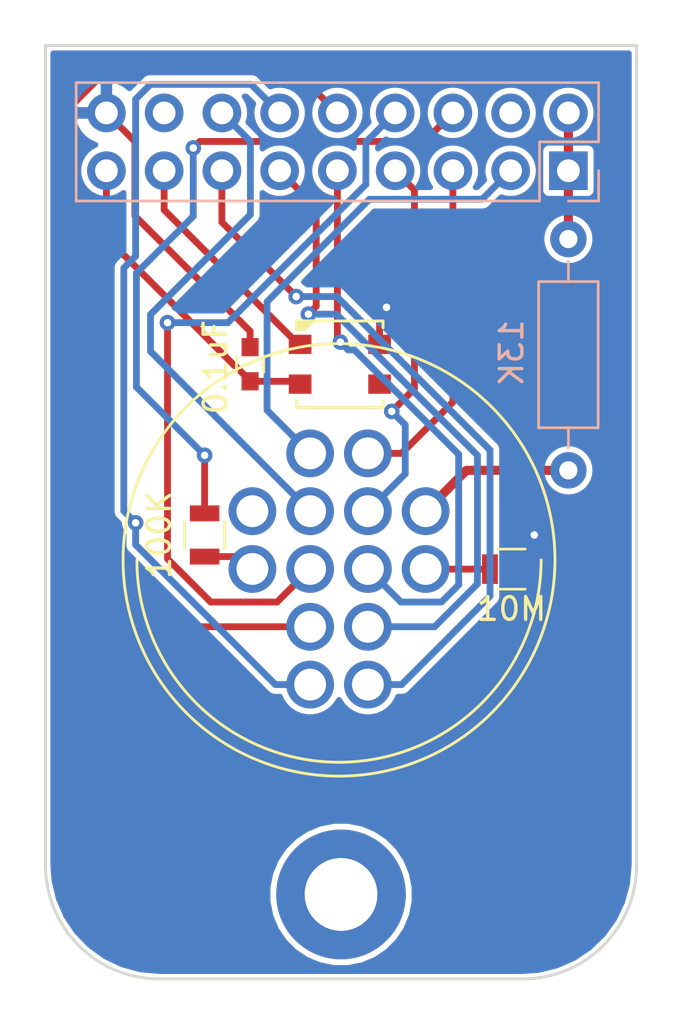
<source format=kicad_pcb>
(kicad_pcb (version 20171130) (host pcbnew "(5.0.2)-1")

  (general
    (thickness 1.6002)
    (drawings 7)
    (tracks 128)
    (zones 0)
    (modules 9)
    (nets 23)
  )

  (page A4)
  (layers
    (0 F.Cu signal)
    (31 B.Cu signal)
    (34 B.Paste user)
    (35 F.Paste user)
    (36 B.SilkS user)
    (37 F.SilkS user)
    (38 B.Mask user)
    (39 F.Mask user)
    (40 Dwgs.User user)
    (44 Edge.Cuts user)
    (45 Margin user hide)
    (46 B.CrtYd user hide)
    (47 F.CrtYd user hide)
  )

  (setup
    (last_trace_width 0.3)
    (user_trace_width 0.1524)
    (user_trace_width 0.2)
    (user_trace_width 0.25)
    (user_trace_width 0.3)
    (user_trace_width 0.4)
    (user_trace_width 0.5)
    (user_trace_width 0.6)
    (user_trace_width 0.8)
    (trace_clearance 0.254)
    (zone_clearance 0.1524)
    (zone_45_only no)
    (trace_min 0.1524)
    (segment_width 0.127)
    (edge_width 0.127)
    (via_size 0.6858)
    (via_drill 0.3302)
    (via_min_size 0.6858)
    (via_min_drill 0.3302)
    (uvia_size 0.508)
    (uvia_drill 0.127)
    (uvias_allowed no)
    (uvia_min_size 0.508)
    (uvia_min_drill 0.127)
    (pcb_text_width 0.127)
    (pcb_text_size 0.6 0.6)
    (mod_edge_width 0.127)
    (mod_text_size 0.6 0.6)
    (mod_text_width 0.127)
    (pad_size 1.524 1.524)
    (pad_drill 0.762)
    (pad_to_mask_clearance 0.05)
    (solder_mask_min_width 0.25)
    (pad_to_paste_clearance -0.04)
    (aux_axis_origin 0 0)
    (grid_origin 148.59 105.41)
    (visible_elements 7FFFFF7F)
    (pcbplotparams
      (layerselection 0x3ffff_80000001)
      (usegerberextensions true)
      (usegerberattributes true)
      (usegerberadvancedattributes false)
      (creategerberjobfile false)
      (excludeedgelayer true)
      (linewidth 0.127000)
      (plotframeref false)
      (viasonmask false)
      (mode 1)
      (useauxorigin false)
      (hpglpennumber 1)
      (hpglpenspeed 20)
      (hpglpendiameter 15.000000)
      (psnegative false)
      (psa4output false)
      (plotreference true)
      (plotvalue true)
      (plotinvisibletext false)
      (padsonsilk false)
      (subtractmaskfromsilk false)
      (outputformat 1)
      (mirror false)
      (drillshape 0)
      (scaleselection 1)
      (outputdirectory "CAM/"))
  )

  (net 0 "")
  (net 1 GND)
  (net 2 +5V)
  (net 3 /Anode)
  (net 4 /HV6)
  (net 5 /HV5)
  (net 6 /HV4)
  (net 7 /HV9)
  (net 8 /HV3)
  (net 9 /HV8)
  (net 10 /HV2)
  (net 11 /HV7)
  (net 12 /HV1)
  (net 13 /Din)
  (net 14 "Net-(J1-Pad4)")
  (net 15 "Net-(J1-Pad16)")
  (net 16 "Net-(LED1-Pad1-DOUT)")
  (net 17 /DP)
  (net 18 /HV0)
  (net 19 "Net-(N1-PadA1)")
  (net 20 "Net-(N1-PadDP)")
  (net 21 "Net-(N1-PadPR)")
  (net 22 "Net-(N1-PadA2)")

  (net_class Default "Imperial - this is the standard class"
    (clearance 0.254)
    (trace_width 0.254)
    (via_dia 0.6858)
    (via_drill 0.3302)
    (uvia_dia 0.508)
    (uvia_drill 0.127)
    (add_net +5V)
    (add_net /Anode)
    (add_net /DP)
    (add_net /Din)
    (add_net /HV0)
    (add_net /HV1)
    (add_net /HV2)
    (add_net /HV3)
    (add_net /HV4)
    (add_net /HV5)
    (add_net /HV6)
    (add_net /HV7)
    (add_net /HV8)
    (add_net /HV9)
    (add_net GND)
    (add_net "Net-(J1-Pad16)")
    (add_net "Net-(J1-Pad4)")
    (add_net "Net-(LED1-Pad1-DOUT)")
    (add_net "Net-(N1-PadA1)")
    (add_net "Net-(N1-PadA2)")
    (add_net "Net-(N1-PadDP)")
    (add_net "Net-(N1-PadPR)")
  )

  (net_class 0.2mm ""
    (clearance 0.2)
    (trace_width 0.2)
    (via_dia 0.6858)
    (via_drill 0.3302)
    (uvia_dia 0.508)
    (uvia_drill 0.127)
  )

  (net_class Minimal ""
    (clearance 0.1524)
    (trace_width 0.1524)
    (via_dia 0.6858)
    (via_drill 0.3302)
    (uvia_dia 0.508)
    (uvia_drill 0.127)
  )

  (module Capacitors_SMD:C_0603 (layer F.Cu) (tedit 5C5A34CF) (tstamp 5AAD873A)
    (at 144.59 96.41 90)
    (descr "Capacitor SMD 0603, reflow soldering, AVX (see smccp.pdf)")
    (tags "capacitor 0603")
    (path /5C5A318D)
    (attr smd)
    (fp_text reference C1 (at 0 -1.5 90) (layer F.SilkS) hide
      (effects (font (size 1 1) (thickness 0.15)))
    )
    (fp_text value 0.1uF (at -0.127 -1.524 90) (layer F.SilkS)
      (effects (font (size 1 1) (thickness 0.15)))
    )
    (fp_line (start 1.4 0.65) (end -1.4 0.65) (layer F.CrtYd) (width 0.05))
    (fp_line (start 1.4 0.65) (end 1.4 -0.65) (layer F.CrtYd) (width 0.05))
    (fp_line (start -1.4 -0.65) (end -1.4 0.65) (layer F.CrtYd) (width 0.05))
    (fp_line (start -1.4 -0.65) (end 1.4 -0.65) (layer F.CrtYd) (width 0.05))
    (fp_line (start 0.35 0.6) (end -0.35 0.6) (layer F.SilkS) (width 0.12))
    (fp_line (start -0.35 -0.6) (end 0.35 -0.6) (layer F.SilkS) (width 0.12))
    (fp_line (start -0.8 -0.4) (end 0.8 -0.4) (layer F.Fab) (width 0.1))
    (fp_line (start 0.8 -0.4) (end 0.8 0.4) (layer F.Fab) (width 0.1))
    (fp_line (start 0.8 0.4) (end -0.8 0.4) (layer F.Fab) (width 0.1))
    (fp_line (start -0.8 0.4) (end -0.8 -0.4) (layer F.Fab) (width 0.1))
    (fp_text user %R (at 0 0 90) (layer F.Fab)
      (effects (font (size 0.3 0.3) (thickness 0.075)))
    )
    (pad 2 smd rect (at 0.75 0 90) (size 0.8 0.75) (layers F.Cu F.Paste F.Mask)
      (net 1 GND))
    (pad 1 smd rect (at -0.75 0 90) (size 0.8 0.75) (layers F.Cu F.Paste F.Mask)
      (net 2 +5V))
    (model Capacitors_SMD.3dshapes/C_0603.wrl
      (at (xyz 0 0 0))
      (scale (xyz 1 1 1))
      (rotate (xyz 0 0 0))
    )
  )

  (module Pin_Headers:Pin_Header_Straight_2x09_Pitch2.54mm (layer B.Cu) (tedit 59650532) (tstamp 5BEA4C4A)
    (at 158.59 87.91 90)
    (descr "Through hole straight pin header, 2x09, 2.54mm pitch, double rows")
    (tags "Through hole pin header THT 2x09 2.54mm double row")
    (path /5C5A2EBC)
    (fp_text reference J1 (at 1.27 2.33 90) (layer B.SilkS) hide
      (effects (font (size 1 1) (thickness 0.15)) (justify mirror))
    )
    (fp_text value Nixie (at 1.27 -22.65 90) (layer B.Fab)
      (effects (font (size 1 1) (thickness 0.15)) (justify mirror))
    )
    (fp_line (start 0 1.27) (end 3.81 1.27) (layer B.Fab) (width 0.1))
    (fp_line (start 3.81 1.27) (end 3.81 -21.59) (layer B.Fab) (width 0.1))
    (fp_line (start 3.81 -21.59) (end -1.27 -21.59) (layer B.Fab) (width 0.1))
    (fp_line (start -1.27 -21.59) (end -1.27 0) (layer B.Fab) (width 0.1))
    (fp_line (start -1.27 0) (end 0 1.27) (layer B.Fab) (width 0.1))
    (fp_line (start -1.33 -21.65) (end 3.87 -21.65) (layer B.SilkS) (width 0.12))
    (fp_line (start -1.33 -1.27) (end -1.33 -21.65) (layer B.SilkS) (width 0.12))
    (fp_line (start 3.87 1.33) (end 3.87 -21.65) (layer B.SilkS) (width 0.12))
    (fp_line (start -1.33 -1.27) (end 1.27 -1.27) (layer B.SilkS) (width 0.12))
    (fp_line (start 1.27 -1.27) (end 1.27 1.33) (layer B.SilkS) (width 0.12))
    (fp_line (start 1.27 1.33) (end 3.87 1.33) (layer B.SilkS) (width 0.12))
    (fp_line (start -1.33 0) (end -1.33 1.33) (layer B.SilkS) (width 0.12))
    (fp_line (start -1.33 1.33) (end 0 1.33) (layer B.SilkS) (width 0.12))
    (fp_line (start -1.8 1.8) (end -1.8 -22.1) (layer B.CrtYd) (width 0.05))
    (fp_line (start -1.8 -22.1) (end 4.35 -22.1) (layer B.CrtYd) (width 0.05))
    (fp_line (start 4.35 -22.1) (end 4.35 1.8) (layer B.CrtYd) (width 0.05))
    (fp_line (start 4.35 1.8) (end -1.8 1.8) (layer B.CrtYd) (width 0.05))
    (fp_text user %R (at 1.27 -10.16) (layer B.Fab)
      (effects (font (size 1 1) (thickness 0.15)) (justify mirror))
    )
    (pad 1 thru_hole rect (at 0 0 90) (size 1.7 1.7) (drill 1) (layers *.Cu *.Mask)
      (net 3 /Anode))
    (pad 2 thru_hole oval (at 2.54 0 90) (size 1.7 1.7) (drill 1) (layers *.Cu *.Mask)
      (net 3 /Anode))
    (pad 3 thru_hole oval (at 0 -2.54 90) (size 1.7 1.7) (drill 1) (layers *.Cu *.Mask)
      (net 4 /HV6))
    (pad 4 thru_hole oval (at 2.54 -2.54 90) (size 1.7 1.7) (drill 1) (layers *.Cu *.Mask)
      (net 14 "Net-(J1-Pad4)"))
    (pad 5 thru_hole oval (at 0 -5.08 90) (size 1.7 1.7) (drill 1) (layers *.Cu *.Mask)
      (net 5 /HV5))
    (pad 6 thru_hole oval (at 2.54 -5.08 90) (size 1.7 1.7) (drill 1) (layers *.Cu *.Mask)
      (net 17 /DP))
    (pad 7 thru_hole oval (at 0 -7.62 90) (size 1.7 1.7) (drill 1) (layers *.Cu *.Mask)
      (net 6 /HV4))
    (pad 8 thru_hole oval (at 2.54 -7.62 90) (size 1.7 1.7) (drill 1) (layers *.Cu *.Mask)
      (net 18 /HV0))
    (pad 9 thru_hole oval (at 0 -10.16 90) (size 1.7 1.7) (drill 1) (layers *.Cu *.Mask)
      (net 8 /HV3))
    (pad 10 thru_hole oval (at 2.54 -10.16 90) (size 1.7 1.7) (drill 1) (layers *.Cu *.Mask)
      (net 7 /HV9))
    (pad 11 thru_hole oval (at 0 -12.7 90) (size 1.7 1.7) (drill 1) (layers *.Cu *.Mask)
      (net 10 /HV2))
    (pad 12 thru_hole oval (at 2.54 -12.7 90) (size 1.7 1.7) (drill 1) (layers *.Cu *.Mask)
      (net 9 /HV8))
    (pad 13 thru_hole oval (at 0 -15.24 90) (size 1.7 1.7) (drill 1) (layers *.Cu *.Mask)
      (net 12 /HV1))
    (pad 14 thru_hole oval (at 2.54 -15.24 90) (size 1.7 1.7) (drill 1) (layers *.Cu *.Mask)
      (net 11 /HV7))
    (pad 15 thru_hole oval (at 0 -17.78 90) (size 1.7 1.7) (drill 1) (layers *.Cu *.Mask)
      (net 13 /Din))
    (pad 16 thru_hole oval (at 2.54 -17.78 90) (size 1.7 1.7) (drill 1) (layers *.Cu *.Mask)
      (net 15 "Net-(J1-Pad16)"))
    (pad 17 thru_hole oval (at 0 -20.32 90) (size 1.7 1.7) (drill 1) (layers *.Cu *.Mask)
      (net 2 +5V))
    (pad 18 thru_hole oval (at 2.54 -20.32 90) (size 1.7 1.7) (drill 1) (layers *.Cu *.Mask)
      (net 1 GND))
    (model ${KISYS3DMOD}/Pin_Headers.3dshapes/Pin_Header_Straight_2x09_Pitch2.54mm.wrl
      (at (xyz 0 0 0))
      (scale (xyz 1 1 1))
      (rotate (xyz 0 0 0))
    )
  )

  (module adafruit:adafruit-LED3535 (layer F.Cu) (tedit 5C5A3415) (tstamp 5AAFE1AD)
    (at 148.53856 96.41)
    (path /5C5A2525)
    (attr smd)
    (fp_text reference LED1 (at 3.175 -0.254 90) (layer F.SilkS) hide
      (effects (font (size 0.8128 0.8128) (thickness 0.1524)))
    )
    (fp_text value WS2812BSK6812MINI (at 0.127 2.54) (layer F.SilkS) hide
      (effects (font (size 0.4064 0.4064) (thickness 0.0508)))
    )
    (fp_circle (center 0 0) (end 0 -1.39954) (layer Dwgs.User) (width 0.127))
    (fp_poly (pts (xy -1.905 -1.905) (xy -1.905 -1.524) (xy -1.524 -1.524) (xy -1.143 -1.905)
      (xy -1.905 -1.905)) (layer F.SilkS) (width 0.127))
    (fp_line (start 1.89992 1.89992) (end 1.89992 1.59766) (layer F.SilkS) (width 0.127))
    (fp_line (start -1.89992 1.89992) (end 1.89992 1.89992) (layer F.SilkS) (width 0.127))
    (fp_line (start -1.89992 1.59766) (end -1.89992 1.89992) (layer F.SilkS) (width 0.127))
    (fp_line (start 1.89992 -1.89992) (end 1.89992 -1.59766) (layer F.SilkS) (width 0.127))
    (fp_line (start -1.89992 -1.89992) (end 1.89992 -1.89992) (layer F.SilkS) (width 0.127))
    (fp_line (start -1.89992 -1.59766) (end -1.89992 -1.89992) (layer F.SilkS) (width 0.127))
    (fp_line (start -1.74752 1.74752) (end -1.74752 -1.74752) (layer Dwgs.User) (width 0.127))
    (fp_line (start 1.74752 1.74752) (end -1.74752 1.74752) (layer Dwgs.User) (width 0.127))
    (fp_line (start 1.74752 -1.74752) (end 1.74752 1.74752) (layer Dwgs.User) (width 0.127))
    (fp_line (start -1.74752 -1.74752) (end 1.74752 -1.74752) (layer Dwgs.User) (width 0.127))
    (pad 4-VDD smd rect (at -1.74752 0.87376 90) (size 0.84836 0.99822) (layers F.Cu F.Paste F.Mask)
      (net 2 +5V))
    (pad 3-DIN smd rect (at -1.74752 -0.87376 90) (size 0.84836 0.99822) (layers F.Cu F.Paste F.Mask)
      (net 13 /Din))
    (pad 2-GND smd rect (at 1.74752 -0.87376 90) (size 0.84836 0.99822) (layers F.Cu F.Paste F.Mask)
      (net 1 GND))
    (pad 1-DOUT smd rect (at 1.74752 0.87376 90) (size 0.84836 0.99822) (layers F.Cu F.Paste F.Mask)
      (net 16 "Net-(LED1-Pad1-DOUT)"))
  )

  (module logos:mermaid_l (layer B.Cu) (tedit 0) (tstamp 5AAFE2F1)
    (at 159.09 113.91 180)
    (fp_text reference G*** (at 0 0 180) (layer B.SilkS) hide
      (effects (font (size 1.524 1.524) (thickness 0.3)) (justify mirror))
    )
    (fp_text value LOGO (at 0.75 0 180) (layer B.SilkS) hide
      (effects (font (size 1.524 1.524) (thickness 0.3)) (justify mirror))
    )
    (fp_poly (pts (xy 0.016811 3.773536) (xy 0.035492 3.771585) (xy 0.039687 3.770741) (xy 0.079417 3.757244)
      (xy 0.111324 3.737775) (xy 0.124832 3.725513) (xy 0.142677 3.704599) (xy 0.153161 3.684612)
      (xy 0.15793 3.661447) (xy 0.15875 3.64097) (xy 0.158058 3.61993) (xy 0.155124 3.604749)
      (xy 0.148654 3.590748) (xy 0.141938 3.580059) (xy 0.122141 3.557766) (xy 0.098998 3.544256)
      (xy 0.074141 3.539962) (xy 0.049199 3.545313) (xy 0.036501 3.55221) (xy 0.025568 3.560763)
      (xy 0.019906 3.570026) (xy 0.017449 3.584153) (xy 0.016932 3.59157) (xy 0.016648 3.608477)
      (xy 0.018904 3.618133) (xy 0.024587 3.623743) (xy 0.026084 3.624592) (xy 0.039465 3.627784)
      (xy 0.050441 3.626922) (xy 0.059967 3.622881) (xy 0.061919 3.615123) (xy 0.060823 3.608777)
      (xy 0.060289 3.596153) (xy 0.064906 3.590901) (xy 0.073078 3.592235) (xy 0.083211 3.599369)
      (xy 0.093713 3.61152) (xy 0.102989 3.6279) (xy 0.103896 3.629997) (xy 0.108418 3.643365)
      (xy 0.108287 3.6547) (xy 0.103467 3.669685) (xy 0.087643 3.698859) (xy 0.064252 3.721926)
      (xy 0.050164 3.731216) (xy 0.036916 3.737802) (xy 0.022748 3.741623) (xy 0.004134 3.743365)
      (xy -0.014288 3.743716) (xy -0.040147 3.742911) (xy -0.057394 3.740394) (xy -0.064294 3.73724)
      (xy -0.073648 3.731439) (xy -0.077728 3.730626) (xy -0.088165 3.726605) (xy -0.102163 3.716065)
      (xy -0.117406 3.701291) (xy -0.131579 3.684564) (xy -0.142367 3.668169) (xy -0.143717 3.665542)
      (xy -0.151883 3.648712) (xy -0.159332 3.633251) (xy -0.163088 3.620111) (xy -0.165384 3.598867)
      (xy -0.16631 3.568514) (xy -0.166318 3.553876) (xy -0.166026 3.5265) (xy -0.165145 3.506715)
      (xy -0.163111 3.491529) (xy -0.159359 3.477949) (xy -0.153324 3.462983) (xy -0.14625 3.447521)
      (xy -0.121753 3.405235) (xy -0.0903 3.36927) (xy -0.051325 3.33924) (xy -0.004264 3.314759)
      (xy 0.051447 3.295441) (xy 0.089958 3.28602) (xy 0.119366 3.282227) (xy 0.156195 3.281263)
      (xy 0.197719 3.282946) (xy 0.241212 3.28709) (xy 0.283951 3.293513) (xy 0.321687 3.301638)
      (xy 0.342155 3.307861) (xy 0.360849 3.315263) (xy 0.376278 3.322945) (xy 0.386953 3.330006)
      (xy 0.391385 3.335547) (xy 0.388082 3.338667) (xy 0.383597 3.339042) (xy 0.373649 3.342219)
      (xy 0.357833 3.350734) (xy 0.338335 3.36306) (xy 0.317344 3.377673) (xy 0.297047 3.393046)
      (xy 0.279632 3.407655) (xy 0.267286 3.419973) (xy 0.26692 3.420407) (xy 0.246827 3.446164)
      (xy 0.232225 3.469838) (xy 0.221889 3.494463) (xy 0.214597 3.523071) (xy 0.209127 3.558694)
      (xy 0.208269 3.565849) (xy 0.208225 3.599519) (xy 0.214696 3.635439) (xy 0.226608 3.670269)
      (xy 0.242885 3.700666) (xy 0.257355 3.718587) (xy 0.284712 3.739246) (xy 0.316451 3.752322)
      (xy 0.350326 3.757709) (xy 0.384089 3.755304) (xy 0.415495 3.745003) (xy 0.441854 3.727116)
      (xy 0.456743 3.708989) (xy 0.464158 3.687733) (xy 0.465666 3.667574) (xy 0.46447 3.649678)
      (xy 0.459418 3.636679) (xy 0.44831 3.623019) (xy 0.447843 3.622523) (xy 0.432662 3.60928)
      (xy 0.418526 3.60395) (xy 0.413448 3.603625) (xy 0.394908 3.608269) (xy 0.381565 3.620647)
      (xy 0.375782 3.638431) (xy 0.375708 3.640833) (xy 0.378805 3.655072) (xy 0.386689 3.660815)
      (xy 0.397247 3.657238) (xy 0.40302 3.65151) (xy 0.411119 3.643576) (xy 0.417703 3.64383)
      (xy 0.420717 3.645984) (xy 0.426691 3.656909) (xy 0.428309 3.673525) (xy 0.425542 3.691863)
      (xy 0.421138 3.703294) (xy 0.410709 3.716673) (xy 0.399156 3.725521) (xy 0.381042 3.731036)
      (xy 0.358057 3.732598) (xy 0.335132 3.730244) (xy 0.318905 3.724949) (xy 0.298369 3.711409)
      (xy 0.278961 3.693672) (xy 0.264484 3.675356) (xy 0.26187 3.670693) (xy 0.258107 3.658302)
      (xy 0.255508 3.640465) (xy 0.254155 3.620218) (xy 0.254128 3.6006) (xy 0.25551 3.584648)
      (xy 0.258381 3.5754) (xy 0.259291 3.574521) (xy 0.263387 3.567227) (xy 0.264583 3.558334)
      (xy 0.266434 3.54854) (xy 0.269875 3.545417) (xy 0.274956 3.541344) (xy 0.275166 3.539772)
      (xy 0.278369 3.532005) (xy 0.286651 3.519125) (xy 0.298022 3.503894) (xy 0.310492 3.489074)
      (xy 0.315691 3.483521) (xy 0.332808 3.469181) (xy 0.356966 3.453086) (xy 0.385192 3.436898)
      (xy 0.41451 3.422278) (xy 0.441945 3.410886) (xy 0.451563 3.407656) (xy 0.513508 3.39253)
      (xy 0.572008 3.386659) (xy 0.6285 3.390216) (xy 0.684423 3.403376) (xy 0.741216 3.42631)
      (xy 0.78052 3.447259) (xy 0.817352 3.46804) (xy 0.848125 3.483558) (xy 0.875501 3.494552)
      (xy 0.902139 3.501759) (xy 0.9307 3.505917) (xy 0.963843 3.507764) (xy 0.999762 3.50806)
      (xy 1.029829 3.507596) (xy 1.058475 3.506543) (xy 1.08289 3.505047) (xy 1.100268 3.50325)
      (xy 1.103312 3.502746) (xy 1.124251 3.498943) (xy 1.148566 3.494739) (xy 1.16152 3.492588)
      (xy 1.183437 3.488718) (xy 1.205109 3.484407) (xy 1.21576 3.482026) (xy 1.242534 3.475574)
      (xy 1.261268 3.470981) (xy 1.27422 3.467665) (xy 1.283649 3.465044) (xy 1.29181 3.462534)
      (xy 1.293812 3.46189) (xy 1.330054 3.447173) (xy 1.362613 3.428217) (xy 1.390124 3.406284)
      (xy 1.411222 3.382636) (xy 1.42454 3.358536) (xy 1.428749 3.337087) (xy 1.430965 3.31796)
      (xy 1.436932 3.293293) (xy 1.445634 3.266996) (xy 1.4496 3.257021) (xy 1.460028 3.223921)
      (xy 1.465344 3.188889) (xy 1.465701 3.173183) (xy 1.465206 3.152449) (xy 1.465622 3.140318)
      (xy 1.467505 3.134815) (xy 1.471411 3.133966) (xy 1.476375 3.135313) (xy 1.485246 3.136563)
      (xy 1.485546 3.132317) (xy 1.477379 3.123141) (xy 1.473497 3.119686) (xy 1.464568 3.110292)
      (xy 1.463129 3.101507) (xy 1.465406 3.093994) (xy 1.472998 3.082438) (xy 1.485846 3.06985)
      (xy 1.491895 3.065257) (xy 1.507592 3.051442) (xy 1.513053 3.038041) (xy 1.508312 3.023896)
      (xy 1.493572 3.007997) (xy 1.481954 2.996879) (xy 1.477871 2.989625) (xy 1.480148 2.984092)
      (xy 1.480343 2.983889) (xy 1.48489 2.973373) (xy 1.486712 2.956585) (xy 1.485771 2.93749)
      (xy 1.482027 2.920051) (xy 1.481007 2.917281) (xy 1.468042 2.883178) (xy 1.459777 2.85676)
      (xy 1.455764 2.836468) (xy 1.455208 2.827306) (xy 1.451635 2.812089) (xy 1.440656 2.801224)
      (xy 1.433744 2.797314) (xy 1.425278 2.794661) (xy 1.41333 2.793085) (xy 1.395971 2.79241)
      (xy 1.371273 2.792457) (xy 1.349375 2.792809) (xy 1.31873 2.793255) (xy 1.296659 2.793112)
      (xy 1.281157 2.792186) (xy 1.270221 2.790279) (xy 1.261849 2.787196) (xy 1.255447 2.783626)
      (xy 1.244268 2.774775) (xy 1.238474 2.766405) (xy 1.23825 2.764974) (xy 1.235863 2.757876)
      (xy 1.233805 2.756959) (xy 1.229201 2.752098) (xy 1.223916 2.739092) (xy 1.218503 2.720308)
      (xy 1.213515 2.698112) (xy 1.209506 2.674871) (xy 1.207028 2.652951) (xy 1.2065 2.640132)
      (xy 1.207874 2.614203) (xy 1.211589 2.582523) (xy 1.217032 2.549504) (xy 1.222776 2.522803)
      (xy 1.235661 2.473043) (xy 1.247332 2.433315) (xy 1.257929 2.403156) (xy 1.259293 2.399771)
      (xy 1.264013 2.387513) (xy 1.269636 2.371955) (xy 1.270086 2.370667) (xy 1.278721 2.347809)
      (xy 1.289907 2.322021) (xy 1.304888 2.290463) (xy 1.308378 2.283355) (xy 1.317963 2.259043)
      (xy 1.323702 2.234224) (xy 1.325348 2.211548) (xy 1.322652 2.19366) (xy 1.317561 2.184909)
      (xy 1.307186 2.176016) (xy 1.292853 2.165074) (xy 1.277255 2.153968) (xy 1.263087 2.144581)
      (xy 1.253044 2.138797) (xy 1.250232 2.137834) (xy 1.242386 2.13401) (xy 1.231208 2.124466)
      (xy 1.219519 2.11209) (xy 1.21014 2.099773) (xy 1.206613 2.093154) (xy 1.204218 2.073293)
      (xy 1.210459 2.048342) (xy 1.211685 2.04523) (xy 1.220793 2.023791) (xy 1.23213 1.998543)
      (xy 1.244765 1.971403) (xy 1.257766 1.944284) (xy 1.270202 1.9191) (xy 1.281142 1.897767)
      (xy 1.289653 1.882198) (xy 1.294804 1.874308) (xy 1.294911 1.874195) (xy 1.300737 1.866426)
      (xy 1.30175 1.863411) (xy 1.305702 1.855954) (xy 1.316422 1.843726) (xy 1.332206 1.828296)
      (xy 1.351351 1.811235) (xy 1.372151 1.794113) (xy 1.392903 1.778501) (xy 1.397 1.775628)
      (xy 1.412481 1.764474) (xy 1.432822 1.749179) (xy 1.456251 1.731147) (xy 1.480994 1.711783)
      (xy 1.505277 1.692489) (xy 1.527327 1.674669) (xy 1.54537 1.659728) (xy 1.557633 1.649068)
      (xy 1.561041 1.645785) (xy 1.566531 1.641261) (xy 1.577559 1.632846) (xy 1.584854 1.62743)
      (xy 1.599074 1.616479) (xy 1.610642 1.606732) (xy 1.613958 1.603563) (xy 1.621166 1.597319)
      (xy 1.63503 1.586326) (xy 1.653625 1.57203) (xy 1.675029 1.555881) (xy 1.697317 1.539326)
      (xy 1.718566 1.523814) (xy 1.736854 1.510793) (xy 1.740958 1.507944) (xy 1.75542 1.497422)
      (xy 1.767734 1.487559) (xy 1.769672 1.48584) (xy 1.781335 1.477351) (xy 1.789516 1.473434)
      (xy 1.797549 1.469117) (xy 1.799166 1.466423) (xy 1.803588 1.462135) (xy 1.814535 1.456503)
      (xy 1.817687 1.455209) (xy 1.829662 1.449593) (xy 1.835937 1.444862) (xy 1.836208 1.4441)
      (xy 1.840779 1.440501) (xy 1.852852 1.434525) (xy 1.869967 1.42737) (xy 1.872824 1.426267)
      (xy 1.88894 1.420424) (xy 1.902804 1.416562) (xy 1.917198 1.414357) (xy 1.934907 1.413483)
      (xy 1.958714 1.413615) (xy 1.977334 1.414048) (xy 2.011477 1.415666) (xy 2.050591 1.418652)
      (xy 2.089221 1.422539) (xy 2.114726 1.425785) (xy 2.14488 1.42989) (xy 2.16751 1.432256)
      (xy 2.18552 1.432964) (xy 2.201812 1.432095) (xy 2.219288 1.429731) (xy 2.224528 1.428856)
      (xy 2.245404 1.424861) (xy 2.257747 1.421152) (xy 2.263552 1.416902) (xy 2.264833 1.412127)
      (xy 2.263508 1.406717) (xy 2.257986 1.403732) (xy 2.245944 1.402491) (xy 2.231409 1.402292)
      (xy 2.207764 1.401303) (xy 2.182238 1.398663) (xy 2.158033 1.394866) (xy 2.138355 1.390404)
      (xy 2.12725 1.386276) (xy 2.123304 1.383434) (xy 2.123829 1.381057) (xy 2.130164 1.378752)
      (xy 2.143652 1.376125) (xy 2.165634 1.37278) (xy 2.180166 1.370725) (xy 2.208747 1.366286)
      (xy 2.230983 1.361492) (xy 2.251087 1.355226) (xy 2.27327 1.34637) (xy 2.275416 1.345449)
      (xy 2.291879 1.337058) (xy 2.307873 1.326809) (xy 2.32072 1.316668) (xy 2.327745 1.308602)
      (xy 2.328333 1.306591) (xy 2.323743 1.304335) (xy 2.312281 1.304011) (xy 2.297402 1.305252)
      (xy 2.282566 1.307694) (xy 2.271229 1.31097) (xy 2.267743 1.312991) (xy 2.258675 1.31683)
      (xy 2.251604 1.317626) (xy 2.239817 1.320172) (xy 2.234786 1.323331) (xy 2.225761 1.326846)
      (xy 2.213884 1.326984) (xy 2.204136 1.325219) (xy 2.204029 1.323129) (xy 2.20927 1.320799)
      (xy 2.23606 1.310129) (xy 2.25511 1.301894) (xy 2.268643 1.294964) (xy 2.278885 1.288209)
      (xy 2.287322 1.281169) (xy 2.296853 1.2715) (xy 2.301715 1.264499) (xy 2.301875 1.263719)
      (xy 2.297454 1.259587) (xy 2.285098 1.260225) (xy 2.266162 1.265338) (xy 2.242005 1.274631)
      (xy 2.232778 1.27872) (xy 2.210862 1.287938) (xy 2.195226 1.292907) (xy 2.186673 1.293593)
      (xy 2.186011 1.289959) (xy 2.194044 1.28197) (xy 2.19612 1.28034) (xy 2.207237 1.273141)
      (xy 2.215319 1.270118) (xy 2.221801 1.265714) (xy 2.226876 1.256324) (xy 2.227791 1.251047)
      (xy 2.223516 1.248302) (xy 2.212505 1.249392) (xy 2.197482 1.253408) (xy 2.181171 1.259436)
      (xy 2.166296 1.266566) (xy 2.15558 1.273887) (xy 2.153708 1.275833) (xy 2.146702 1.280288)
      (xy 2.132687 1.286789) (xy 2.114695 1.294037) (xy 2.095756 1.300732) (xy 2.095124 1.300937)
      (xy 2.07869 1.304461) (xy 2.057774 1.306667) (xy 2.046312 1.307042) (xy 2.028903 1.306558)
      (xy 2.018807 1.304253) (xy 2.012768 1.298853) (xy 2.009183 1.29249) (xy 2.005287 1.278785)
      (xy 2.008579 1.265874) (xy 2.019902 1.252443) (xy 2.040101 1.237179) (xy 2.048014 1.232048)
      (xy 2.069352 1.218173) (xy 2.083328 1.207722) (xy 2.091758 1.198848) (xy 2.096459 1.189706)
      (xy 2.098878 1.180349) (xy 2.099775 1.168122) (xy 2.095521 1.163627) (xy 2.094838 1.16354)
      (xy 2.077123 1.165005) (xy 2.064663 1.173081) (xy 2.054291 1.180457) (xy 2.036679 1.190046)
      (xy 2.014573 1.20055) (xy 1.990717 1.210671) (xy 1.967857 1.219114) (xy 1.965854 1.219776)
      (xy 1.928101 1.233609) (xy 1.898307 1.248381) (xy 1.87387 1.26573) (xy 1.852189 1.287294)
      (xy 1.844908 1.29597) (xy 1.82922 1.314316) (xy 1.813605 1.330793) (xy 1.80082 1.342542)
      (xy 1.797992 1.344686) (xy 1.786309 1.353213) (xy 1.778836 1.359346) (xy 1.778 1.360236)
      (xy 1.771224 1.365606) (xy 1.75693 1.374794) (xy 1.736985 1.386729) (xy 1.713259 1.400343)
      (xy 1.687619 1.414565) (xy 1.661936 1.428326) (xy 1.638076 1.440557) (xy 1.635125 1.442019)
      (xy 1.587553 1.46584) (xy 1.546283 1.487396) (xy 1.507857 1.50852) (xy 1.481666 1.52353)
      (xy 1.464862 1.532936) (xy 1.450648 1.540248) (xy 1.443302 1.543429) (xy 1.435482 1.548118)
      (xy 1.434041 1.551076) (xy 1.429946 1.555562) (xy 1.42835 1.55575) (xy 1.421455 1.558368)
      (xy 1.407463 1.565519) (xy 1.388265 1.576151) (xy 1.365753 1.589212) (xy 1.341819 1.60365)
      (xy 1.338081 1.605957) (xy 1.328838 1.611626) (xy 1.314356 1.620452) (xy 1.303686 1.626934)
      (xy 1.289183 1.635949) (xy 1.278713 1.64286) (xy 1.275291 1.645485) (xy 1.269816 1.650117)
      (xy 1.258818 1.65865) (xy 1.251479 1.66417) (xy 1.234056 1.677274) (xy 1.220686 1.687881)
      (xy 1.208649 1.698391) (xy 1.195222 1.711206) (xy 1.177684 1.728725) (xy 1.173427 1.733021)
      (xy 1.154691 1.753203) (xy 1.136473 1.774958) (xy 1.121826 1.794574) (xy 1.117957 1.80049)
      (xy 1.107458 1.815879) (xy 1.098096 1.826821) (xy 1.091977 1.830917) (xy 1.085418 1.828569)
      (xy 1.084785 1.826948) (xy 1.081627 1.820717) (xy 1.073818 1.810294) (xy 1.071556 1.807605)
      (xy 1.063024 1.796859) (xy 1.058535 1.789598) (xy 1.058333 1.788759) (xy 1.055116 1.78268)
      (xy 1.048847 1.77503) (xy 1.038358 1.760344) (xy 1.026121 1.737991) (xy 1.013216 1.710506)
      (xy 1.00072 1.680421) (xy 0.989714 1.650268) (xy 0.981275 1.622581) (xy 0.977986 1.608667)
      (xy 0.968972 1.562362) (xy 0.962328 1.523365) (xy 0.95779 1.488735) (xy 0.955093 1.45553)
      (xy 0.953972 1.420809) (xy 0.954162 1.38163) (xy 0.954874 1.352021) (xy 0.955956 1.318336)
      (xy 0.957154 1.287144) (xy 0.958377 1.260422) (xy 0.959534 1.240144) (xy 0.960534 1.228284)
      (xy 0.960617 1.227667) (xy 0.961429 1.217554) (xy 0.962358 1.198447) (xy 0.96335 1.171939)
      (xy 0.964353 1.139617) (xy 0.96531 1.103071) (xy 0.96617 1.063891) (xy 0.966176 1.063625)
      (xy 0.966988 1.016579) (xy 0.967314 0.977779) (xy 0.967075 0.9449) (xy 0.96619 0.915612)
      (xy 0.964579 0.887587) (xy 0.962164 0.858498) (xy 0.958863 0.826017) (xy 0.95765 0.814917)
      (xy 0.951084 0.75682) (xy 0.945176 0.707679) (xy 0.939682 0.665903) (xy 0.934356 0.629902)
      (xy 0.928956 0.598088) (xy 0.923235 0.56887) (xy 0.916949 0.54066) (xy 0.912885 0.523875)
      (xy 0.906794 0.498662) (xy 0.901413 0.475129) (xy 0.897462 0.456489) (xy 0.895973 0.44834)
      (xy 0.892856 0.434708) (xy 0.889085 0.426281) (xy 0.888285 0.425538) (xy 0.884592 0.418555)
      (xy 0.883669 0.411115) (xy 0.882028 0.401383) (xy 0.877635 0.38436) (xy 0.871226 0.362746)
      (xy 0.866028 0.346605) (xy 0.857767 0.321534) (xy 0.84996 0.297435) (xy 0.843739 0.277819)
      (xy 0.841302 0.269875) (xy 0.836378 0.25453) (xy 0.832191 0.243342) (xy 0.830942 0.240771)
      (xy 0.827336 0.232696) (xy 0.822295 0.21902) (xy 0.820702 0.214313) (xy 0.81395 0.195276)
      (xy 0.806669 0.176625) (xy 0.80583 0.174625) (xy 0.798972 0.158321) (xy 0.792944 0.14374)
      (xy 0.792593 0.142875) (xy 0.786649 0.129107) (xy 0.782549 0.120458) (xy 0.778574 0.110063)
      (xy 0.777875 0.105842) (xy 0.775639 0.099184) (xy 0.769428 0.084596) (xy 0.759982 0.063622)
      (xy 0.748042 0.037806) (xy 0.734349 0.008691) (xy 0.719644 -0.022178) (xy 0.704668 -0.053257)
      (xy 0.690162 -0.083002) (xy 0.676867 -0.10987) (xy 0.665523 -0.132316) (xy 0.656873 -0.148797)
      (xy 0.651656 -0.157769) (xy 0.650888 -0.15875) (xy 0.64704 -0.164585) (xy 0.640139 -0.176579)
      (xy 0.635415 -0.185208) (xy 0.622667 -0.207639) (xy 0.605809 -0.235506) (xy 0.586295 -0.266573)
      (xy 0.565581 -0.298607) (xy 0.545121 -0.329373) (xy 0.52637 -0.356639) (xy 0.510784 -0.378168)
      (xy 0.504464 -0.386291) (xy 0.49882 -0.393433) (xy 0.48822 -0.406992) (xy 0.474188 -0.425014)
      (xy 0.458423 -0.445321) (xy 0.386268 -0.531586) (xy 0.305323 -0.615902) (xy 0.217382 -0.696433)
      (xy 0.193138 -0.716902) (xy 0.177764 -0.729736) (xy 0.165728 -0.739925) (xy 0.159212 -0.745619)
      (xy 0.15875 -0.74607) (xy 0.15364 -0.750212) (xy 0.141905 -0.75919) (xy 0.125441 -0.771566)
      (xy 0.111125 -0.782215) (xy 0.091503 -0.796811) (xy 0.074346 -0.809688) (xy 0.061903 -0.819151)
      (xy 0.057234 -0.822811) (xy 0.046348 -0.830914) (xy 0.033422 -0.839659) (xy 0.019429 -0.849492)
      (xy 0.008262 -0.85853) (xy -0.00115 -0.865562) (xy -0.006772 -0.867833) (xy -0.013177 -0.871028)
      (xy -0.024494 -0.879231) (xy -0.033185 -0.886354) (xy -0.046046 -0.896711) (xy -0.055853 -0.903433)
      (xy -0.059243 -0.904875) (xy -0.065136 -0.907527) (xy -0.076973 -0.9143) (xy -0.09191 -0.923419)
      (xy -0.107104 -0.933106) (xy -0.119711 -0.941585) (xy -0.126887 -0.947081) (xy -0.127 -0.947193)
      (xy -0.133129 -0.951521) (xy -0.142875 -0.957378) (xy -0.152011 -0.962765) (xy -0.168175 -0.972485)
      (xy -0.189376 -0.985333) (xy -0.213623 -1.000104) (xy -0.223801 -1.006326) (xy -0.247553 -1.020777)
      (xy -0.267952 -1.033032) (xy -0.283378 -1.04213) (xy -0.292207 -1.047106) (xy -0.293632 -1.04775)
      (xy -0.298902 -1.050229) (xy -0.310818 -1.056768) (xy -0.326931 -1.066017) (xy -0.328991 -1.067222)
      (xy -0.356603 -1.083148) (xy -0.386048 -1.099703) (xy -0.414493 -1.115327) (xy -0.439106 -1.128464)
      (xy -0.455084 -1.136599) (xy -0.467632 -1.14309) (xy -0.475484 -1.147821) (xy -0.47625 -1.148468)
      (xy -0.481786 -1.151903) (xy -0.494692 -1.158989) (xy -0.512891 -1.168607) (xy -0.529167 -1.177013)
      (xy -0.578322 -1.202179) (xy -0.622845 -1.225001) (xy -0.661951 -1.245075) (xy -0.694854 -1.261998)
      (xy -0.720769 -1.275365) (xy -0.73891 -1.284772) (xy -0.748492 -1.289816) (xy -0.748968 -1.290075)
      (xy -0.758048 -1.294813) (xy -0.773987 -1.302904) (xy -0.794153 -1.313017) (xy -0.80698 -1.3194)
      (xy -0.881231 -1.35675) (xy -0.94652 -1.390707) (xy -1.003734 -1.421745) (xy -1.05376 -1.450342)
      (xy -1.076855 -1.464177) (xy -1.090458 -1.471801) (xy -1.098021 -1.475597) (xy -1.105412 -1.479911)
      (xy -1.119579 -1.488876) (xy -1.138874 -1.501392) (xy -1.161647 -1.516359) (xy -1.18625 -1.532677)
      (xy -1.211035 -1.549246) (xy -1.234352 -1.564966) (xy -1.254552 -1.578737) (xy -1.269988 -1.58946)
      (xy -1.279009 -1.596033) (xy -1.280584 -1.5974) (xy -1.28583 -1.602217) (xy -1.296881 -1.611472)
      (xy -1.309688 -1.621833) (xy -1.369914 -1.675393) (xy -1.421218 -1.732685) (xy -1.463288 -1.79318)
      (xy -1.495811 -1.856346) (xy -1.518476 -1.921651) (xy -1.530971 -1.988566) (xy -1.532115 -2.00072)
      (xy -1.533533 -2.021291) (xy -1.533389 -2.03401) (xy -1.531178 -2.041555) (xy -1.526396 -2.046606)
      (xy -1.523028 -2.048937) (xy -1.508982 -2.055507) (xy -1.492365 -2.060056) (xy -1.492229 -2.060079)
      (xy -1.452691 -2.067475) (xy -1.418964 -2.075738) (xy -1.394355 -2.083271) (xy -1.372487 -2.090356)
      (xy -1.346337 -2.098616) (xy -1.322917 -2.10585) (xy -1.302468 -2.112199) (xy -1.284909 -2.117877)
      (xy -1.273608 -2.12179) (xy -1.272646 -2.122164) (xy -1.262724 -2.125949) (xy -1.246121 -2.132103)
      (xy -1.226116 -2.139411) (xy -1.222375 -2.140766) (xy -1.203039 -2.148094) (xy -1.187481 -2.154598)
      (xy -1.178496 -2.159093) (xy -1.177661 -2.159711) (xy -1.168071 -2.163984) (xy -1.164987 -2.164291)
      (xy -1.156849 -2.166561) (xy -1.141251 -2.172762) (xy -1.120145 -2.181983) (xy -1.095482 -2.193313)
      (xy -1.069213 -2.20584) (xy -1.043289 -2.218653) (xy -1.019661 -2.230841) (xy -1.002771 -2.240067)
      (xy -0.979183 -2.253619) (xy -0.954406 -2.268128) (xy -0.930964 -2.28209) (xy -0.911386 -2.293997)
      (xy -0.898196 -2.302344) (xy -0.897227 -2.302991) (xy -0.84537 -2.340492) (xy -0.792658 -2.383257)
      (xy -0.741528 -2.42907) (xy -0.694416 -2.475712) (xy -0.653759 -2.520968) (xy -0.642579 -2.534708)
      (xy -0.628634 -2.552018) (xy -0.616971 -2.565902) (xy -0.609232 -2.574434) (xy -0.607219 -2.576159)
      (xy -0.603295 -2.582213) (xy -0.60325 -2.582995) (xy -0.599953 -2.59017) (xy -0.592419 -2.599694)
      (xy -0.584795 -2.609595) (xy -0.573492 -2.626331) (xy -0.559985 -2.647494) (xy -0.545751 -2.670677)
      (xy -0.532266 -2.693472) (xy -0.521004 -2.713471) (xy -0.513442 -2.728265) (xy -0.512956 -2.729342)
      (xy -0.506925 -2.740667) (xy -0.501953 -2.746251) (xy -0.501417 -2.746375) (xy -0.497764 -2.750622)
      (xy -0.497417 -2.753524) (xy -0.495063 -2.76201) (xy -0.489037 -2.775934) (xy -0.484188 -2.785554)
      (xy -0.476676 -2.800966) (xy -0.471883 -2.81327) (xy -0.470959 -2.817651) (xy -0.468504 -2.82541)
      (xy -0.46699 -2.826631) (xy -0.463351 -2.832354) (xy -0.457475 -2.846051) (xy -0.450118 -2.865545)
      (xy -0.442034 -2.888659) (xy -0.433976 -2.913215) (xy -0.4267 -2.937036) (xy -0.420958 -2.957944)
      (xy -0.419645 -2.963333) (xy -0.414816 -2.982772) (xy -0.410227 -2.999259) (xy -0.40721 -3.008312)
      (xy -0.403349 -3.020934) (xy -0.400065 -3.036847) (xy -0.399977 -3.037416) (xy -0.397973 -3.049953)
      (xy -0.394675 -3.070065) (xy -0.390554 -3.094892) (xy -0.386442 -3.119437) (xy -0.382507 -3.145522)
      (xy -0.379552 -3.172135) (xy -0.377442 -3.20146) (xy -0.376041 -3.23568) (xy -0.375217 -3.276977)
      (xy -0.374941 -3.306237) (xy -0.374907 -3.341428) (xy -0.375253 -3.373114) (xy -0.375932 -3.399753)
      (xy -0.376895 -3.4198) (xy -0.378095 -3.431711) (xy -0.378888 -3.43429) (xy -0.385103 -3.433466)
      (xy -0.398593 -3.427213) (xy -0.41801 -3.416235) (xy -0.441209 -3.401752) (xy -0.483878 -3.374892)
      (xy -0.526415 -3.34985) (xy -0.571041 -3.325433) (xy -0.619976 -3.30045) (xy -0.67544 -3.27371)
      (xy -0.709084 -3.258031) (xy -0.744498 -3.241758) (xy -0.773275 -3.228687) (xy -0.794644 -3.21916)
      (xy -0.807839 -3.213522) (xy -0.812017 -3.212041) (xy -0.817473 -3.210007) (xy -0.830202 -3.204577)
      (xy -0.847855 -3.196764) (xy -0.855541 -3.193302) (xy -0.87586 -3.184131) (xy -0.893504 -3.176218)
      (xy -0.905456 -3.170914) (xy -0.907521 -3.170016) (xy -0.918356 -3.165316) (xy -0.934412 -3.158299)
      (xy -0.944563 -3.153846) (xy -0.976212 -3.140021) (xy -0.999364 -3.130101) (xy -1.015151 -3.123604)
      (xy -1.018646 -3.12224) (xy -1.034695 -3.115354) (xy -1.057193 -3.104752) (xy -1.083338 -3.091857)
      (xy -1.110325 -3.078089) (xy -1.135352 -3.064868) (xy -1.155614 -3.053616) (xy -1.164167 -3.048495)
      (xy -1.18064 -3.036718) (xy -1.199817 -3.020816) (xy -1.220061 -3.002427) (xy -1.239737 -2.983188)
      (xy -1.257209 -2.964736) (xy -1.27084 -2.948708) (xy -1.278994 -2.936743) (xy -1.280584 -2.931984)
      (xy -1.284494 -2.925639) (xy -1.284991 -2.925409) (xy -1.290019 -2.9202) (xy -1.298403 -2.9087)
      (xy -1.308276 -2.893826) (xy -1.317775 -2.878494) (xy -1.325035 -2.865619) (xy -1.32819 -2.858117)
      (xy -1.328209 -2.857838) (xy -1.332 -2.851529) (xy -1.332427 -2.851326) (xy -1.337013 -2.84591)
      (xy -1.344025 -2.834059) (xy -1.348297 -2.82575) (xy -1.354863 -2.813311) (xy -1.359169 -2.807024)
      (xy -1.360124 -2.807229) (xy -1.360267 -2.814002) (xy -1.360556 -2.829563) (xy -1.360961 -2.852114)
      (xy -1.361448 -2.879861) (xy -1.36193 -2.90777) (xy -1.363484 -2.959059) (xy -1.366614 -3.002125)
      (xy -1.371909 -3.039285) (xy -1.379955 -3.072855) (xy -1.391341 -3.105149) (xy -1.406655 -3.138482)
      (xy -1.426484 -3.175172) (xy -1.432473 -3.185583) (xy -1.441516 -3.200851) (xy -1.454792 -3.222887)
      (xy -1.470945 -3.249473) (xy -1.488616 -3.278392) (xy -1.506447 -3.307427) (xy -1.523079 -3.334361)
      (xy -1.537156 -3.356975) (xy -1.546782 -3.372217) (xy -1.556574 -3.387882) (xy -1.563588 -3.399817)
      (xy -1.566333 -3.405482) (xy -1.566334 -3.405513) (xy -1.569332 -3.411428) (xy -1.571875 -3.414671)
      (xy -1.578955 -3.424037) (xy -1.58836 -3.437955) (xy -1.598309 -3.453578) (xy -1.607021 -3.468061)
      (xy -1.612717 -3.478559) (xy -1.613959 -3.481937) (xy -1.617841 -3.488012) (xy -1.618012 -3.48809)
      (xy -1.62267 -3.49336) (xy -1.6306 -3.505128) (xy -1.640113 -3.520543) (xy -1.649522 -3.536754)
      (xy -1.657137 -3.550911) (xy -1.661271 -3.560162) (xy -1.661584 -3.56167) (xy -1.66483 -3.566534)
      (xy -1.665553 -3.566624) (xy -1.670608 -3.570852) (xy -1.67527 -3.57853) (xy -1.6797 -3.587499)
      (xy -1.687831 -3.603801) (xy -1.698602 -3.625313) (xy -1.710953 -3.649918) (xy -1.714283 -3.656541)
      (xy -1.728714 -3.685357) (xy -1.739369 -3.707018) (xy -1.747301 -3.723791) (xy -1.753561 -3.73794)
      (xy -1.759201 -3.751728) (xy -1.762834 -3.761052) (xy -1.768776 -3.776191) (xy -1.77226 -3.784864)
      (xy -1.776532 -3.796565) (xy -1.782292 -3.813799) (xy -1.786124 -3.825875) (xy -1.794107 -3.850123)
      (xy -1.800605 -3.864974) (xy -1.806629 -3.871317) (xy -1.813196 -3.870039) (xy -1.821317 -3.862026)
      (xy -1.823851 -3.858896) (xy -1.834996 -3.845041) (xy -1.845018 -3.832935) (xy -1.860304 -3.814747)
      (xy -1.871524 -3.80089) (xy -1.881557 -3.787711) (xy -1.892096 -3.773209) (xy -1.901907 -3.758672)
      (xy -1.908513 -3.747198) (xy -1.910292 -3.74234) (xy -1.913744 -3.735549) (xy -1.9147 -3.735034)
      (xy -1.920879 -3.728832) (xy -1.93058 -3.714612) (xy -1.942942 -3.693993) (xy -1.957108 -3.668592)
      (xy -1.972218 -3.640026) (xy -1.987415 -3.609913) (xy -2.001841 -3.579871) (xy -2.014636 -3.551517)
      (xy -2.02375 -3.529541) (xy -2.030337 -3.513335) (xy -2.036097 -3.500143) (xy -2.037835 -3.49654)
      (xy -2.041998 -3.483106) (xy -2.042584 -3.477009) (xy -2.044998 -3.466849) (xy -2.047875 -3.463395)
      (xy -2.052009 -3.456083) (xy -2.053167 -3.44752) (xy -2.054935 -3.436601) (xy -2.057874 -3.432007)
      (xy -2.06186 -3.425217) (xy -2.065111 -3.412716) (xy -2.06525 -3.411851) (xy -2.068334 -3.396797)
      (xy -2.073297 -3.37719) (xy -2.076624 -3.3655) (xy -2.081421 -3.348705) (xy -2.085851 -3.331208)
      (xy -2.090465 -3.310549) (xy -2.095814 -3.284268) (xy -2.102103 -3.251729) (xy -2.104118 -3.235184)
      (xy -2.105738 -3.210034) (xy -2.106964 -3.178127) (xy -2.107796 -3.141317) (xy -2.108236 -3.101454)
      (xy -2.108284 -3.060389) (xy -2.107942 -3.019973) (xy -2.10721 -2.982059) (xy -2.10609 -2.948496)
      (xy -2.104582 -2.921137) (xy -2.102689 -2.901833) (xy -2.101907 -2.897187) (xy -2.097408 -2.875018)
      (xy -2.092897 -2.852736) (xy -2.090653 -2.841625) (xy -2.086154 -2.822216) (xy -2.080107 -2.799624)
      (xy -2.076886 -2.788708) (xy -2.071304 -2.769055) (xy -2.066835 -2.750617) (xy -2.06525 -2.742357)
      (xy -2.062104 -2.729658) (xy -2.058113 -2.722367) (xy -2.057874 -2.722201) (xy -2.054205 -2.715199)
      (xy -2.053167 -2.706687) (xy -2.05117 -2.695606) (xy -2.047875 -2.690812) (xy -2.043441 -2.683353)
      (xy -2.042584 -2.677199) (xy -2.040167 -2.663351) (xy -2.037938 -2.657667) (xy -2.028974 -2.638529)
      (xy -2.021574 -2.620201) (xy -2.016995 -2.605971) (xy -2.016125 -2.600674) (xy -2.013211 -2.593748)
      (xy -2.010834 -2.592916) (xy -2.005838 -2.588784) (xy -2.005542 -2.586757) (xy -2.003029 -2.576598)
      (xy -1.996034 -2.558966) (xy -1.985376 -2.535552) (xy -1.971874 -2.508043) (xy -1.956348 -2.478128)
      (xy -1.939615 -2.447495) (xy -1.928989 -2.428875) (xy -1.917739 -2.409493) (xy -1.907325 -2.391511)
      (xy -1.899972 -2.378766) (xy -1.899878 -2.378604) (xy -1.893802 -2.368895) (xy -1.883596 -2.35347)
      (xy -1.870613 -2.334284) (xy -1.856206 -2.313291) (xy -1.841728 -2.292446) (xy -1.828532 -2.273702)
      (xy -1.817969 -2.259015) (xy -1.811394 -2.250337) (xy -1.810149 -2.248958) (xy -1.805415 -2.243477)
      (xy -1.79682 -2.232467) (xy -1.79131 -2.225145) (xy -1.770344 -2.198459) (xy -1.747083 -2.172196)
      (xy -1.730055 -2.154423) (xy -1.712724 -2.135815) (xy -1.701877 -2.120706) (xy -1.696021 -2.105635)
      (xy -1.693663 -2.087143) (xy -1.693294 -2.069187) (xy -1.691985 -2.037889) (xy -1.688457 -2.002483)
      (xy -1.683224 -1.966327) (xy -1.6768 -1.932777) (xy -1.669697 -1.905193) (xy -1.666961 -1.897062)
      (xy -1.662846 -1.885204) (xy -1.657579 -1.869155) (xy -1.656354 -1.865312) (xy -1.651279 -1.851164)
      (xy -1.643761 -1.832422) (xy -1.634898 -1.811569) (xy -1.62579 -1.791087) (xy -1.617537 -1.773458)
      (xy -1.611237 -1.761167) (xy -1.608328 -1.756833) (xy -1.603622 -1.750578) (xy -1.598123 -1.740958)
      (xy -1.589342 -1.72555) (xy -1.577322 -1.706415) (xy -1.564213 -1.686774) (xy -1.552167 -1.669852)
      (xy -1.543395 -1.658937) (xy -1.533701 -1.647808) (xy -1.522115 -1.633534) (xy -1.519492 -1.630166)
      (xy -1.508995 -1.617837) (xy -1.49282 -1.600341) (xy -1.47301 -1.579751) (xy -1.451607 -1.558137)
      (xy -1.430655 -1.537571) (xy -1.412197 -1.520124) (xy -1.401731 -1.51077) (xy -1.357403 -1.473157)
      (xy -1.318621 -1.441319) (xy -1.283358 -1.413642) (xy -1.249585 -1.38851) (xy -1.235605 -1.378502)
      (xy -1.217641 -1.365669) (xy -1.202341 -1.354536) (xy -1.192293 -1.346995) (xy -1.190625 -1.345662)
      (xy -1.183402 -1.340435) (xy -1.169185 -1.33075) (xy -1.149876 -1.317883) (xy -1.127377 -1.303113)
      (xy -1.121834 -1.299504) (xy -1.099035 -1.284586) (xy -1.079146 -1.271389) (xy -1.06401 -1.261148)
      (xy -1.05547 -1.255099) (xy -1.054588 -1.254392) (xy -1.047619 -1.249468) (xy -1.045761 -1.248833)
      (xy -1.040676 -1.246146) (xy -1.028295 -1.238745) (xy -1.010238 -1.227621) (xy -0.988122 -1.213767)
      (xy -0.976637 -1.2065) (xy -0.952911 -1.191648) (xy -0.932191 -1.179074) (xy -0.916177 -1.169778)
      (xy -0.90657 -1.164761) (xy -0.904767 -1.164166) (xy -0.899734 -1.160136) (xy -0.899584 -1.158875)
      (xy -0.895597 -1.153736) (xy -0.894346 -1.153583) (xy -0.887735 -1.150891) (xy -0.874734 -1.143728)
      (xy -0.857782 -1.133462) (xy -0.851959 -1.12977) (xy -0.834261 -1.118806) (xy -0.819739 -1.110508)
      (xy -0.810832 -1.106246) (xy -0.809571 -1.105958) (xy -0.804486 -1.101929) (xy -0.804334 -1.100666)
      (xy -0.800255 -1.095592) (xy -0.798646 -1.095375) (xy -0.791821 -1.09266) (xy -0.778679 -1.085443)
      (xy -0.761693 -1.075108) (xy -0.756148 -1.071562) (xy -0.738568 -1.060567) (xy -0.724176 -1.05226)
      (xy -0.715403 -1.048021) (xy -0.71421 -1.04775) (xy -0.709232 -1.043718) (xy -0.709084 -1.042458)
      (xy -0.704956 -1.037455) (xy -0.702969 -1.037166) (xy -0.695181 -1.034173) (xy -0.683284 -1.026712)
      (xy -0.679509 -1.023937) (xy -0.668048 -1.015672) (xy -0.660434 -1.011056) (xy -0.659331 -1.010708)
      (xy -0.653835 -1.007882) (xy -0.641094 -1.000045) (xy -0.6226 -0.988159) (xy -0.599846 -0.973185)
      (xy -0.574324 -0.956086) (xy -0.569023 -0.9525) (xy -0.557684 -0.944904) (xy -0.542121 -0.934585)
      (xy -0.53398 -0.929219) (xy -0.520479 -0.919753) (xy -0.511223 -0.912158) (xy -0.508882 -0.909375)
      (xy -0.502806 -0.905063) (xy -0.500945 -0.904868) (xy -0.493268 -0.901638) (xy -0.481934 -0.89363)
      (xy -0.478896 -0.891087) (xy -0.464832 -0.879737) (xy -0.447329 -0.866715) (xy -0.439209 -0.861015)
      (xy -0.425484 -0.851373) (xy -0.415678 -0.844018) (xy -0.41275 -0.841444) (xy -0.407253 -0.836619)
      (xy -0.396216 -0.827997) (xy -0.388973 -0.822574) (xy -0.341604 -0.784681) (xy -0.290518 -0.738376)
      (xy -0.236734 -0.68471) (xy -0.18127 -0.624736) (xy -0.125146 -0.559505) (xy -0.079249 -0.502708)
      (xy -0.062944 -0.482084) (xy -0.048225 -0.463696) (xy -0.036765 -0.449621) (xy -0.030459 -0.442179)
      (xy -0.023368 -0.431882) (xy -0.021167 -0.424981) (xy -0.018643 -0.418596) (xy -0.017024 -0.418041)
      (xy -0.012737 -0.413871) (xy -0.003884 -0.402445) (xy 0.008345 -0.385385) (xy 0.02276 -0.364315)
      (xy 0.026632 -0.35851) (xy 0.041431 -0.336511) (xy 0.054315 -0.317912) (xy 0.064091 -0.304396)
      (xy 0.069565 -0.297645) (xy 0.070114 -0.297215) (xy 0.074035 -0.291159) (xy 0.074083 -0.290346)
      (xy 0.076736 -0.283466) (xy 0.083632 -0.270748) (xy 0.091547 -0.257714) (xy 0.102346 -0.239365)
      (xy 0.115584 -0.21485) (xy 0.130278 -0.186213) (xy 0.145448 -0.155497) (xy 0.16011 -0.124745)
      (xy 0.173285 -0.096002) (xy 0.18399 -0.07131) (xy 0.191243 -0.052712) (xy 0.193484 -0.045513)
      (xy 0.197682 -0.034152) (xy 0.201669 -0.028741) (xy 0.205337 -0.021741) (xy 0.206375 -0.013229)
      (xy 0.208372 -0.002148) (xy 0.211666 0.002646) (xy 0.2158 0.009959) (xy 0.216958 0.018521)
      (xy 0.218707 0.029427) (xy 0.221618 0.034006) (xy 0.226345 0.040984) (xy 0.228918 0.04887)
      (xy 0.231739 0.060368) (xy 0.236316 0.077762) (xy 0.240367 0.092605) (xy 0.247231 0.117947)
      (xy 0.252872 0.140561) (xy 0.257696 0.162643) (xy 0.262109 0.186386) (xy 0.26652 0.213986)
      (xy 0.271334 0.247637) (xy 0.276959 0.289534) (xy 0.277158 0.291042) (xy 0.279143 0.307953)
      (xy 0.280721 0.326151) (xy 0.281912 0.346792) (xy 0.282732 0.371028) (xy 0.283201 0.400014)
      (xy 0.283335 0.434902) (xy 0.283155 0.476848) (xy 0.282677 0.527004) (xy 0.281919 0.586524)
      (xy 0.281871 0.590021) (xy 0.280817 0.668263) (xy 0.279976 0.736714) (xy 0.279351 0.796164)
      (xy 0.27895 0.847403) (xy 0.278775 0.891222) (xy 0.278833 0.928411) (xy 0.27913 0.95976)
      (xy 0.279669 0.98606) (xy 0.280456 1.008101) (xy 0.281497 1.026673) (xy 0.282796 1.042566)
      (xy 0.284358 1.05657) (xy 0.284942 1.06098) (xy 0.297069 1.131924) (xy 0.313618 1.197918)
      (xy 0.335296 1.260302) (xy 0.362808 1.320418) (xy 0.396861 1.379608) (xy 0.438161 1.439214)
      (xy 0.487415 1.500576) (xy 0.54533 1.565038) (xy 0.556622 1.576962) (xy 0.571889 1.593799)
      (xy 0.588801 1.613773) (xy 0.605779 1.634854) (xy 0.621245 1.655014) (xy 0.633622 1.672222)
      (xy 0.64133 1.68445) (xy 0.642883 1.687872) (xy 0.647632 1.696514) (xy 0.651231 1.698625)
      (xy 0.655904 1.702758) (xy 0.656166 1.704713) (xy 0.658273 1.712465) (xy 0.663743 1.726431)
      (xy 0.66995 1.740431) (xy 0.679445 1.760986) (xy 0.686351 1.776958) (xy 0.691404 1.790974)
      (xy 0.695338 1.805658) (xy 0.698888 1.823636) (xy 0.702789 1.847531) (xy 0.706279 1.870204)
      (xy 0.708109 1.886353) (xy 0.709859 1.90944) (xy 0.711482 1.937742) (xy 0.712929 1.969535)
      (xy 0.714153 2.003095) (xy 0.715105 2.036697) (xy 0.715739 2.068617) (xy 0.716006 2.097132)
      (xy 0.715859 2.120517) (xy 0.715249 2.137049) (xy 0.714129 2.145003) (xy 0.713908 2.145356)
      (xy 0.708768 2.143798) (xy 0.698741 2.136854) (xy 0.692988 2.132102) (xy 0.677752 2.11919)
      (xy 0.662807 2.106979) (xy 0.659722 2.104542) (xy 0.644712 2.09195) (xy 0.6254 2.074498)
      (xy 0.603554 2.053924) (xy 0.58094 2.031963) (xy 0.559323 2.010354) (xy 0.540471 1.990833)
      (xy 0.526149 1.975137) (xy 0.518687 1.965855) (xy 0.508099 1.948803) (xy 0.494021 1.923387)
      (xy 0.476268 1.889251) (xy 0.454654 1.846039) (xy 0.434343 1.804459) (xy 0.423109 1.781725)
      (xy 0.411978 1.759961) (xy 0.402815 1.742792) (xy 0.400288 1.738313) (xy 0.389828 1.720095)
      (xy 0.378311 1.699797) (xy 0.374676 1.693334) (xy 0.363842 1.674062) (xy 0.352669 1.654273)
      (xy 0.349314 1.648355) (xy 0.335039 1.622699) (xy 0.319232 1.593434) (xy 0.302642 1.562044)
      (xy 0.286023 1.530012) (xy 0.270125 1.498822) (xy 0.255699 1.469959) (xy 0.243498 1.444906)
      (xy 0.234271 1.425146) (xy 0.228772 1.412164) (xy 0.227541 1.407866) (xy 0.225306 1.398602)
      (xy 0.222867 1.39296) (xy 0.201376 1.339348) (xy 0.189951 1.283412) (xy 0.188752 1.226398)
      (xy 0.195385 1.18029) (xy 0.2022 1.13901) (xy 0.205842 1.093859) (xy 0.206289 1.048238)
      (xy 0.20352 1.005548) (xy 0.197512 0.969191) (xy 0.196747 0.966088) (xy 0.191333 0.947758)
      (xy 0.1859 0.933965) (xy 0.18156 0.9275) (xy 0.181303 0.927386) (xy 0.174123 0.929904)
      (xy 0.167478 0.940698) (xy 0.162213 0.95747) (xy 0.159172 0.977916) (xy 0.15875 0.988847)
      (xy 0.158142 1.012452) (xy 0.155993 1.026807) (xy 0.15181 1.033193) (xy 0.145103 1.032891)
      (xy 0.142346 1.031592) (xy 0.13419 1.023995) (xy 0.132291 1.01846) (xy 0.129374 1.011538)
      (xy 0.127 1.010709) (xy 0.122551 1.006327) (xy 0.121708 1.001184) (xy 0.11948 0.990273)
      (xy 0.117382 0.986632) (xy 0.112498 0.976164) (xy 0.107634 0.957246) (xy 0.103184 0.932003)
      (xy 0.099545 0.90256) (xy 0.097725 0.881063) (xy 0.094276 0.84497) (xy 0.089259 0.817372)
      (xy 0.082218 0.796243) (xy 0.075916 0.784335) (xy 0.069791 0.776199) (xy 0.064558 0.776551)
      (xy 0.059576 0.781043) (xy 0.056289 0.785767) (xy 0.053877 0.793433) (xy 0.052189 0.805604)
      (xy 0.051074 0.823841) (xy 0.050381 0.849707) (xy 0.049999 0.880416) (xy 0.049378 0.917606)
      (xy 0.048183 0.94444) (xy 0.046281 0.961137) (xy 0.043537 0.967916) (xy 0.039815 0.964995)
      (xy 0.034983 0.952594) (xy 0.028906 0.930931) (xy 0.026024 0.919428) (xy 0.016984 0.882642)
      (xy 0.008774 0.849581) (xy 0.003732 0.829449) (xy -0.003201 0.808135) (xy -0.012473 0.787288)
      (xy -0.017906 0.777856) (xy -0.02995 0.762264) (xy -0.038759 0.75671) (xy -0.0443 0.761144)
      (xy -0.046541 0.775516) (xy -0.04545 0.799778) (xy -0.043483 0.816822) (xy -0.039961 0.841105)
      (xy -0.03601 0.86496) (xy -0.032428 0.883593) (xy -0.032111 0.885032) (xy -0.027421 0.906055)
      (xy -0.022699 0.92747) (xy -0.021566 0.932657) (xy -0.017028 0.95257) (xy -0.012228 0.972306)
      (xy -0.011534 0.975018) (xy -0.009217 0.988299) (xy -0.009851 0.996595) (xy -0.010556 0.997462)
      (xy -0.016599 0.995495) (xy -0.024534 0.984036) (xy -0.033891 0.963908) (xy -0.042156 0.941917)
      (xy -0.056126 0.903277) (xy -0.068019 0.873951) (xy -0.078359 0.852994) (xy -0.087666 0.839461)
      (xy -0.096462 0.832407) (xy -0.103494 0.830792) (xy -0.108124 0.831954) (xy -0.110356 0.836915)
      (xy -0.110511 0.847891) (xy -0.108915 0.867098) (xy -0.108871 0.867551) (xy -0.105151 0.893384)
      (xy -0.099316 0.921804) (xy -0.094452 0.940311) (xy -0.086855 0.966131) (xy -0.08221 0.983451)
      (xy -0.080209 0.993842) (xy -0.080543 0.998871) (xy -0.082727 1.000114) (xy -0.088018 0.99607)
      (xy -0.096691 0.985697) (xy -0.103188 0.976614) (xy -0.11491 0.961645) (xy -0.126449 0.950751)
      (xy -0.136032 0.94513) (xy -0.141887 0.945979) (xy -0.142875 0.949783) (xy -0.139353 0.968152)
      (xy -0.128938 0.993874) (xy -0.111859 1.026474) (xy -0.088345 1.065476) (xy -0.08424 1.071906)
      (xy -0.069449 1.095093) (xy -0.056948 1.115018) (xy -0.047748 1.130045) (xy -0.042859 1.138536)
      (xy -0.042334 1.139773) (xy -0.0394 1.147465) (xy -0.03167 1.161142) (xy -0.020754 1.178366)
      (xy -0.008261 1.196698) (xy 0.004198 1.213698) (xy 0.015015 1.226928) (xy 0.015614 1.227589)
      (xy 0.035502 1.253311) (xy 0.054074 1.285839) (xy 0.071917 1.326373) (xy 0.089618 1.376111)
      (xy 0.092085 1.383771) (xy 0.100204 1.408837) (xy 0.10757 1.430801) (xy 0.113399 1.447369)
      (xy 0.116902 1.456249) (xy 0.117007 1.45646) (xy 0.121128 1.469896) (xy 0.121708 1.475991)
      (xy 0.124122 1.486151) (xy 0.127 1.489605) (xy 0.131544 1.497115) (xy 0.132291 1.502488)
      (xy 0.134356 1.512297) (xy 0.139708 1.527887) (xy 0.14552 1.542014) (xy 0.152613 1.559701)
      (xy 0.157415 1.574829) (xy 0.15875 1.582432) (xy 0.161222 1.596285) (xy 0.163585 1.602124)
      (xy 0.167234 1.611105) (xy 0.172891 1.627325) (xy 0.179794 1.648337) (xy 0.187182 1.671693)
      (xy 0.194295 1.694943) (xy 0.200372 1.715641) (xy 0.20465 1.731336) (xy 0.206369 1.739581)
      (xy 0.206375 1.739772) (xy 0.208666 1.749898) (xy 0.2111 1.755583) (xy 0.214697 1.764533)
      (xy 0.220366 1.7808) (xy 0.227143 1.801565) (xy 0.230537 1.812396) (xy 0.237292 1.833731)
      (xy 0.243181 1.85136) (xy 0.247336 1.862728) (xy 0.24852 1.865313) (xy 0.25211 1.873405)
      (xy 0.257059 1.887109) (xy 0.258594 1.891771) (xy 0.263343 1.904355) (xy 0.270883 1.92204)
      (xy 0.279987 1.942204) (xy 0.289428 1.962225) (xy 0.297979 1.979482) (xy 0.304412 1.991353)
      (xy 0.306897 1.994959) (xy 0.310978 2.001097) (xy 0.317183 2.012331) (xy 0.317506 2.012955)
      (xy 0.323637 2.021587) (xy 0.33586 2.036253) (xy 0.352841 2.055444) (xy 0.373248 2.077653)
      (xy 0.394685 2.100267) (xy 0.41819 2.124816) (xy 0.440664 2.148513) (xy 0.460467 2.169612)
      (xy 0.475962 2.186371) (xy 0.484645 2.196042) (xy 0.49614 2.209198) (xy 0.504726 2.21891)
      (xy 0.508 2.2225) (xy 0.512442 2.227744) (xy 0.521402 2.238789) (xy 0.531633 2.251605)
      (xy 0.542991 2.265738) (xy 0.551765 2.276315) (xy 0.555725 2.280709) (xy 0.560441 2.286207)
      (xy 0.56898 2.29725) (xy 0.574395 2.304521) (xy 0.583932 2.317297) (xy 0.590836 2.326194)
      (xy 0.592666 2.328334) (xy 0.597157 2.333811) (xy 0.605579 2.344813) (xy 0.611057 2.352146)
      (xy 0.622421 2.366983) (xy 0.63284 2.379784) (xy 0.636162 2.383571) (xy 0.643333 2.393831)
      (xy 0.645583 2.400769) (xy 0.648791 2.407145) (xy 0.650875 2.407709) (xy 0.656013 2.411696)
      (xy 0.656166 2.412946) (xy 0.658858 2.419558) (xy 0.666021 2.432558) (xy 0.676287 2.449511)
      (xy 0.679979 2.455334) (xy 0.690893 2.47268) (xy 0.699175 2.486449) (xy 0.703475 2.494375)
      (xy 0.703791 2.49533) (xy 0.706432 2.500918) (xy 0.713332 2.512731) (xy 0.722312 2.527128)
      (xy 0.731857 2.542734) (xy 0.738544 2.554972) (xy 0.740833 2.560829) (xy 0.744408 2.567142)
      (xy 0.744802 2.567341) (xy 0.74945 2.572365) (xy 0.757951 2.583929) (xy 0.76853 2.599607)
      (xy 0.769341 2.600855) (xy 0.807776 2.651169) (xy 0.852402 2.693422) (xy 0.902482 2.727083)
      (xy 0.957283 2.751622) (xy 0.992187 2.76176) (xy 1.013863 2.769138) (xy 1.027357 2.780083)
      (xy 1.03494 2.796505) (xy 1.035341 2.798038) (xy 1.03497 2.80973) (xy 1.030006 2.820484)
      (xy 1.022677 2.825688) (xy 1.021966 2.825726) (xy 1.016441 2.822402) (xy 1.006339 2.814036)
      (xy 1.001148 2.809303) (xy 0.98701 2.79811) (xy 0.967808 2.785465) (xy 0.950697 2.775728)
      (xy 0.92798 2.765749) (xy 0.903115 2.758812) (xy 0.874791 2.754888) (xy 0.841693 2.753947)
      (xy 0.802506 2.755959) (xy 0.755918 2.760894) (xy 0.700615 2.768722) (xy 0.693208 2.769873)
      (xy 0.670358 2.773324) (xy 0.65073 2.77605) (xy 0.637181 2.777666) (xy 0.63345 2.777939)
      (xy 0.622962 2.773948) (xy 0.608007 2.762638) (xy 0.590041 2.745461) (xy 0.570519 2.723867)
      (xy 0.550898 2.69931) (xy 0.5412 2.685938) (xy 0.519504 2.657301) (xy 0.493323 2.626424)
      (xy 0.464964 2.595752) (xy 0.436734 2.567728) (xy 0.410941 2.544796) (xy 0.39952 2.535887)
      (xy 0.385189 2.525215) (xy 0.374566 2.516949) (xy 0.370416 2.513335) (xy 0.364986 2.509129)
      (xy 0.353303 2.501144) (xy 0.337864 2.490983) (xy 0.321162 2.480249) (xy 0.30569 2.470543)
      (xy 0.293944 2.463469) (xy 0.288417 2.460629) (xy 0.28837 2.460626) (xy 0.282848 2.45847)
      (xy 0.270266 2.452746) (xy 0.253055 2.444568) (xy 0.247973 2.442105) (xy 0.229175 2.433369)
      (xy 0.213535 2.426853) (xy 0.203866 2.423709) (xy 0.202782 2.423584) (xy 0.192124 2.421301)
      (xy 0.186459 2.418942) (xy 0.163344 2.409979) (xy 0.132313 2.401853) (xy 0.096026 2.395018)
      (xy 0.057143 2.389927) (xy 0.018324 2.387034) (xy -0.003454 2.386542) (xy -0.073572 2.391088)
      (xy -0.142492 2.404307) (xy -0.187855 2.418305) (xy -0.198629 2.422762) (xy -0.214736 2.430047)
      (xy -0.233621 2.438927) (xy -0.252728 2.448168) (xy -0.269503 2.456538) (xy -0.28139 2.462802)
      (xy -0.28575 2.465559) (xy -0.291283 2.470393) (xy -0.302043 2.478904) (xy -0.306917 2.482625)
      (xy -0.330269 2.50225) (xy -0.352603 2.52455) (xy -0.372437 2.547663) (xy -0.388294 2.569723)
      (xy -0.398692 2.58887) (xy -0.402167 2.602545) (xy -0.405566 2.614272) (xy -0.408537 2.618337)
      (xy -0.411879 2.627139) (xy -0.414026 2.644006) (xy -0.415025 2.666493) (xy -0.414921 2.692156)
      (xy -0.41376 2.718548) (xy -0.411588 2.743224) (xy -0.40845 2.76374) (xy -0.405616 2.774568)
      (xy -0.390253 2.8113) (xy -0.371754 2.839866) (xy -0.34826 2.862033) (xy -0.317912 2.879568)
      (xy -0.280083 2.893848) (xy -0.245844 2.899602) (xy -0.210401 2.896633) (xy -0.17664 2.885644)
      (xy -0.147445 2.86734) (xy -0.138907 2.859405) (xy -0.126597 2.846042) (xy -0.119866 2.835504)
      (xy -0.117034 2.823537) (xy -0.116421 2.805888) (xy -0.116417 2.80245) (xy -0.11874 2.772884)
      (xy -0.126253 2.750985) (xy -0.139769 2.734783) (xy -0.146441 2.729847) (xy -0.165609 2.721345)
      (xy -0.185633 2.721733) (xy -0.204521 2.728585) (xy -0.216165 2.735104) (xy -0.221021 2.742519)
      (xy -0.221456 2.755147) (xy -0.221196 2.759012) (xy -0.219521 2.772852) (xy -0.215622 2.779096)
      (xy -0.207102 2.780732) (xy -0.20373 2.780771) (xy -0.191757 2.778894) (xy -0.186727 2.771817)
      (xy -0.186164 2.768865) (xy -0.183384 2.759564) (xy -0.180607 2.756959) (xy -0.171721 2.761874)
      (xy -0.166036 2.775824) (xy -0.164042 2.797528) (xy -0.164926 2.815335) (xy -0.168875 2.827543)
      (xy -0.177832 2.839077) (xy -0.182216 2.843571) (xy -0.202565 2.858474) (xy -0.227446 2.866159)
      (xy -0.258554 2.867046) (xy -0.272137 2.865715) (xy -0.30219 2.856857) (xy -0.328323 2.838241)
      (xy -0.350634 2.809794) (xy -0.35248 2.806711) (xy -0.359344 2.793686) (xy -0.363473 2.781202)
      (xy -0.365519 2.765895) (xy -0.366132 2.744399) (xy -0.366134 2.736208) (xy -0.365573 2.711344)
      (xy -0.363568 2.693108) (xy -0.359354 2.677567) (xy -0.352167 2.660785) (xy -0.351003 2.658367)
      (xy -0.341541 2.642419) (xy -0.328065 2.624135) (xy -0.312405 2.60551) (xy -0.296391 2.588541)
      (xy -0.281854 2.575223) (xy -0.270622 2.567553) (xy -0.26674 2.566459) (xy -0.259348 2.563619)
      (xy -0.25841 2.562241) (xy -0.252425 2.557271) (xy -0.239186 2.550091) (xy -0.221444 2.541943)
      (xy -0.201948 2.534075) (xy -0.183448 2.52773) (xy -0.179917 2.526699) (xy -0.125501 2.514562)
      (xy -0.075864 2.510293) (xy -0.030784 2.513422) (xy -0.009052 2.516955) (xy 0.009618 2.520529)
      (xy 0.021961 2.523505) (xy 0.023812 2.524133) (xy 0.053558 2.536102) (xy 0.075868 2.546036)
      (xy 0.093265 2.555485) (xy 0.108273 2.565996) (xy 0.123414 2.579119) (xy 0.140625 2.595817)
      (xy 0.153938 2.611365) (xy 0.168676 2.632242) (xy 0.183499 2.656066) (xy 0.197066 2.680456)
      (xy 0.208035 2.70303) (xy 0.215068 2.721407) (xy 0.216958 2.731433) (xy 0.212699 2.741706)
      (xy 0.200887 2.756331) (xy 0.182964 2.77409) (xy 0.160374 2.793765) (xy 0.134562 2.814138)
      (xy 0.106972 2.83399) (xy 0.079048 2.852103) (xy 0.062514 2.86175) (xy 0.047901 2.869616)
      (xy 0.028383 2.879807) (xy 0.007669 2.890421) (xy -0.010532 2.899555) (xy -0.021167 2.904692)
      (xy -0.032136 2.908841) (xy -0.050509 2.914874) (xy -0.073466 2.921948) (xy -0.098186 2.929222)
      (xy -0.121846 2.935854) (xy -0.141626 2.941002) (xy -0.147556 2.942398) (xy -0.16811 2.94545)
      (xy -0.196426 2.947528) (xy -0.229725 2.948631) (xy -0.265232 2.948759) (xy -0.300168 2.947912)
      (xy -0.331758 2.94609) (xy -0.357223 2.943293) (xy -0.36248 2.942409) (xy -0.423986 2.926853)
      (xy -0.485273 2.903569) (xy -0.544037 2.873783) (xy -0.597975 2.838722) (xy -0.644783 2.799611)
      (xy -0.660408 2.783742) (xy -0.67359 2.768038) (xy -0.689753 2.746666) (xy -0.706668 2.722801)
      (xy -0.72211 2.699619) (xy -0.733849 2.680299) (xy -0.73672 2.674938) (xy -0.753652 2.634173)
      (xy -0.766886 2.587809) (xy -0.775314 2.54051) (xy -0.777875 2.501678) (xy -0.777082 2.480097)
      (xy -0.774964 2.456071) (xy -0.771909 2.432277) (xy -0.768311 2.411393) (xy -0.764558 2.396097)
      (xy -0.761506 2.389453) (xy -0.757293 2.38014) (xy -0.756709 2.375061) (xy -0.754222 2.364737)
      (xy -0.748012 2.350362) (xy -0.745534 2.345693) (xy -0.717233 2.302722) (xy -0.684923 2.267315)
      (xy -0.649643 2.240381) (xy -0.612435 2.222825) (xy -0.600605 2.219412) (xy -0.584721 2.217187)
      (xy -0.562011 2.215999) (xy -0.536177 2.215835) (xy -0.510924 2.216677) (xy -0.489956 2.21851)
      (xy -0.48166 2.21992) (xy -0.451274 2.231074) (xy -0.420728 2.249794) (xy -0.393351 2.273654)
      (xy -0.373184 2.299067) (xy -0.366964 2.315783) (xy -0.363663 2.338875) (xy -0.363326 2.364532)
      (xy -0.366001 2.388945) (xy -0.371735 2.408301) (xy -0.371839 2.408523) (xy -0.386167 2.43049)
      (xy -0.404286 2.445994) (xy -0.418086 2.451773) (xy -0.432976 2.453112) (xy -0.44013 2.447739)
      (xy -0.440117 2.434934) (xy -0.437964 2.42668) (xy -0.434524 2.413062) (xy -0.435737 2.404886)
      (xy -0.442491 2.397704) (xy -0.443997 2.396469) (xy -0.458901 2.388032) (xy -0.473289 2.388653)
      (xy -0.489416 2.398577) (xy -0.493176 2.401814) (xy -0.503204 2.41194) (xy -0.508308 2.421857)
      (xy -0.510105 2.435796) (xy -0.510268 2.446568) (xy -0.509274 2.465821) (xy -0.505455 2.478779)
      (xy -0.497558 2.489613) (xy -0.497228 2.489967) (xy -0.473442 2.507703) (xy -0.443151 2.517157)
      (xy -0.420688 2.518834) (xy -0.385467 2.514112) (xy -0.354893 2.499919) (xy -0.328907 2.476215)
      (xy -0.307448 2.442958) (xy -0.306245 2.440538) (xy -0.297026 2.41244) (xy -0.293068 2.379231)
      (xy -0.294356 2.344938) (xy -0.300874 2.313588) (xy -0.306766 2.298892) (xy -0.315743 2.284082)
      (xy -0.328316 2.267178) (xy -0.342526 2.250377) (xy -0.356414 2.235872) (xy -0.368019 2.225859)
      (xy -0.37497 2.2225) (xy -0.381528 2.219036) (xy -0.381882 2.218364) (xy -0.387591 2.213803)
      (xy -0.400508 2.20667) (xy -0.417977 2.198224) (xy -0.437341 2.18972) (xy -0.455942 2.182418)
      (xy -0.463021 2.179967) (xy -0.479216 2.176708) (xy -0.503869 2.174415) (xy -0.534887 2.173251)
      (xy -0.550334 2.17314) (xy -0.593207 2.174605) (xy -0.628863 2.179387) (xy -0.660361 2.188287)
      (xy -0.690764 2.202103) (xy -0.714375 2.215974) (xy -0.731963 2.228668) (xy -0.752134 2.2457)
      (xy -0.773353 2.265465) (xy -0.794081 2.286356) (xy -0.812783 2.306766) (xy -0.827922 2.325091)
      (xy -0.837961 2.339722) (xy -0.841375 2.348723) (xy -0.84497 2.35447) (xy -0.846667 2.354792)
      (xy -0.851027 2.359204) (xy -0.851959 2.364935) (xy -0.853752 2.374203) (xy -0.855928 2.376841)
      (xy -0.861187 2.383157) (xy -0.868518 2.396943) (xy -0.876787 2.415583) (xy -0.884863 2.436461)
      (xy -0.89161 2.45696) (xy -0.893371 2.463271) (xy -0.904651 2.526149) (xy -0.906159 2.590528)
      (xy -0.902481 2.627463) (xy -0.897989 2.657522) (xy -0.894165 2.679968) (xy -0.89014 2.697656)
      (xy -0.885044 2.713445) (xy -0.878007 2.73019) (xy -0.868158 2.75075) (xy -0.859822 2.767542)
      (xy -0.846711 2.793718) (xy -0.837108 2.812343) (xy -0.829881 2.82538) (xy -0.823903 2.834793)
      (xy -0.818044 2.842544) (xy -0.813745 2.847643) (xy -0.802818 2.860711) (xy -0.789958 2.876646)
      (xy -0.785813 2.881905) (xy -0.776482 2.893348) (xy -0.766479 2.904281) (xy -0.753822 2.916671)
      (xy -0.736529 2.932483) (xy -0.719667 2.947466) (xy -0.69931 2.963741) (xy -0.671981 2.983191)
      (xy -0.640166 3.004242) (xy -0.606351 3.025318) (xy -0.573021 3.044845) (xy -0.542663 3.06125)
      (xy -0.530545 3.067236) (xy -0.503333 3.080886) (xy -0.485944 3.091336) (xy -0.478156 3.098727)
      (xy -0.477689 3.100917) (xy -0.481394 3.10586) (xy -0.491588 3.111051) (xy -0.50938 3.116879)
      (xy -0.535877 3.123734) (xy -0.555625 3.128324) (xy -0.576089 3.133035) (xy -0.596671 3.137899)
      (xy -0.600605 3.138848) (xy -0.619329 3.142955) (xy -0.640998 3.14711) (xy -0.64823 3.148356)
      (xy -0.664985 3.151184) (xy -0.688431 3.155222) (xy -0.714839 3.159826) (xy -0.73025 3.162538)
      (xy -0.764873 3.167168) (xy -0.806502 3.170376) (xy -0.852489 3.172165) (xy -0.900182 3.172538)
      (xy -0.946933 3.171498) (xy -0.990089 3.169047) (xy -1.027001 3.16519) (xy -1.045105 3.16219)
      (xy -1.079073 3.155396) (xy -1.104871 3.15015) (xy -1.124706 3.145921) (xy -1.140787 3.142181)
      (xy -1.15532 3.1384) (xy -1.170512 3.134047) (xy -1.188572 3.128593) (xy -1.201209 3.124723)
      (xy -1.226046 3.116087) (xy -1.255231 3.104333) (xy -1.286495 3.090548) (xy -1.317569 3.075817)
      (xy -1.346186 3.061227) (xy -1.370076 3.047864) (xy -1.386971 3.036814) (xy -1.390197 3.034233)
      (xy -1.400932 3.025886) (xy -1.40837 3.021672) (xy -1.409089 3.021549) (xy -1.416601 3.017597)
      (xy -1.428892 3.006946) (xy -1.444413 2.991379) (xy -1.461614 2.97268) (xy -1.478948 2.952631)
      (xy -1.494864 2.933016) (xy -1.507814 2.915619) (xy -1.516247 2.902222) (xy -1.518709 2.895353)
      (xy -1.522241 2.888754) (xy -1.522983 2.888369) (xy -1.527341 2.882904) (xy -1.534494 2.870408)
      (xy -1.543129 2.853604) (xy -1.551935 2.835216) (xy -1.5596 2.817967) (xy -1.564811 2.804579)
      (xy -1.566334 2.798377) (xy -1.569231 2.788044) (xy -1.570796 2.785798) (xy -1.574976 2.777523)
      (xy -1.580635 2.761637) (xy -1.58694 2.740857) (xy -1.593057 2.717902) (xy -1.597478 2.69875)
      (xy -1.601649 2.679003) (xy -1.606495 2.656084) (xy -1.608664 2.645834) (xy -1.611255 2.625641)
      (xy -1.612532 2.598051) (xy -1.612564 2.566157) (xy -1.611424 2.533052) (xy -1.609182 2.501833)
      (xy -1.605911 2.475592) (xy -1.604576 2.468352) (xy -1.596991 2.439998) (xy -1.585494 2.406968)
      (xy -1.571681 2.373226) (xy -1.557151 2.342733) (xy -1.546146 2.323439) (xy -1.534768 2.307458)
      (xy -1.519865 2.289014) (xy -1.503118 2.269899) (xy -1.486208 2.2519) (xy -1.470818 2.236808)
      (xy -1.458628 2.226412) (xy -1.451322 2.222501) (xy -1.451284 2.2225) (xy -1.445098 2.219764)
      (xy -1.444625 2.218162) (xy -1.440085 2.213815) (xy -1.428108 2.206858) (xy -1.411161 2.198414)
      (xy -1.391712 2.189607) (xy -1.372228 2.181558) (xy -1.355175 2.175391) (xy -1.344084 2.172403)
      (xy -1.329002 2.170211) (xy -1.308204 2.167834) (xy -1.289008 2.166034) (xy -1.243228 2.166665)
      (xy -1.19686 2.175364) (xy -1.151799 2.191186) (xy -1.10994 2.213184) (xy -1.07318 2.240413)
      (xy -1.043413 2.271927) (xy -1.027483 2.296534) (xy -1.021835 2.31292) (xy -1.018143 2.335211)
      (xy -1.0164 2.360629) (xy -1.016597 2.386399) (xy -1.018726 2.409744) (xy -1.022778 2.427889)
      (xy -1.027907 2.437329) (xy -1.031641 2.44574) (xy -1.031875 2.448392) (xy -1.035874 2.461238)
      (xy -1.046199 2.476909) (xy -1.060341 2.492403) (xy -1.075795 2.504713) (xy -1.08164 2.508005)
      (xy -1.096929 2.514425) (xy -1.108227 2.515719) (xy -1.120478 2.512434) (xy -1.120752 2.512331)
      (xy -1.133124 2.504695) (xy -1.137526 2.495631) (xy -1.133399 2.487589) (xy -1.127125 2.484438)
      (xy -1.119619 2.479114) (xy -1.116745 2.467659) (xy -1.116576 2.461592) (xy -1.118312 2.447015)
      (xy -1.125349 2.437725) (xy -1.132879 2.432844) (xy -1.149715 2.426263) (xy -1.166836 2.423584)
      (xy -1.186441 2.428423) (xy -1.205053 2.441277) (xy -1.220448 2.459648) (xy -1.230401 2.481038)
      (xy -1.232959 2.497834) (xy -1.228208 2.522627) (xy -1.215234 2.547895) (xy -1.195952 2.571081)
      (xy -1.172279 2.589627) (xy -1.159005 2.59653) (xy -1.137513 2.602249) (xy -1.109905 2.60468)
      (xy -1.080093 2.60391) (xy -1.051991 2.600027) (xy -1.030699 2.593647) (xy -1.011984 2.582767)
      (xy -0.990108 2.56586) (xy -0.968004 2.545552) (xy -0.948602 2.524471) (xy -0.938356 2.510896)
      (xy -0.923741 2.481122) (xy -0.914437 2.445285) (xy -0.910454 2.406175) (xy -0.911802 2.366581)
      (xy -0.91849 2.329294) (xy -0.930528 2.297103) (xy -0.937582 2.285184) (xy -0.944311 2.273896)
      (xy -0.947207 2.266127) (xy -0.947209 2.266013) (xy -0.951027 2.259624) (xy -0.961306 2.248192)
      (xy -0.976282 2.233333) (xy -0.994193 2.216666) (xy -1.013276 2.199808) (xy -1.031767 2.184377)
      (xy -1.047904 2.171991) (xy -1.05483 2.167258) (xy -1.092944 2.145448) (xy -1.130362 2.128782)
      (xy -1.148292 2.122762) (xy -1.165488 2.117756) (xy -1.18542 2.111935) (xy -1.190625 2.110411)
      (xy -1.207272 2.107289) (xy -1.231856 2.10497) (xy -1.261748 2.103657) (xy -1.280584 2.103438)
      (xy -1.332448 2.105133) (xy -1.376075 2.110435) (xy -1.413288 2.119674) (xy -1.445877 2.13316)
      (xy -1.456584 2.137148) (xy -1.461032 2.137834) (xy -1.470153 2.141049) (xy -1.485536 2.149825)
      (xy -1.505392 2.162857) (xy -1.527929 2.178841) (xy -1.551356 2.196472) (xy -1.573881 2.214446)
      (xy -1.593713 2.231458) (xy -1.607217 2.244292) (xy -1.627414 2.265702) (xy -1.647337 2.288189)
      (xy -1.665679 2.310119) (xy -1.681128 2.329858) (xy -1.692376 2.345772) (xy -1.698114 2.356226)
      (xy -1.698578 2.35832) (xy -1.701591 2.36549) (xy -1.702789 2.366257) (xy -1.707189 2.371591)
      (xy -1.714428 2.383677) (xy -1.721524 2.397125) (xy -1.730045 2.413992) (xy -1.737152 2.427788)
      (xy -1.740559 2.434167) (xy -1.751408 2.457579) (xy -1.762054 2.488228) (xy -1.762509 2.48973)
      (xy -1.767646 2.505948) (xy -1.772313 2.519374) (xy -1.773127 2.52148) (xy -1.78145 2.548695)
      (xy -1.788102 2.583256) (xy -1.793006 2.622863) (xy -1.796081 2.665221) (xy -1.797251 2.708032)
      (xy -1.796436 2.748998) (xy -1.793558 2.785823) (xy -1.78854 2.816209) (xy -1.783737 2.832349)
      (xy -1.779465 2.84485) (xy -1.774311 2.861899) (xy -1.772574 2.868084) (xy -1.76468 2.893356)
      (xy -1.754306 2.919436) (xy -1.739936 2.950079) (xy -1.737294 2.955396) (xy -1.728413 2.971968)
      (xy -1.716712 2.992202) (xy -1.703822 3.013457) (xy -1.691377 3.03309) (xy -1.681009 3.04846)
      (xy -1.674876 3.056387) (xy -1.668135 3.064517) (xy -1.659242 3.076232) (xy -1.658938 3.076648)
      (xy -1.641472 3.098649) (xy -1.61888 3.124176) (xy -1.592625 3.151845) (xy -1.564172 3.180272)
      (xy -1.534982 3.208073) (xy -1.506519 3.233863) (xy -1.480246 3.25626) (xy -1.457627 3.273877)
      (xy -1.440123 3.285333) (xy -1.436275 3.287276) (xy -1.426769 3.292803) (xy -1.423459 3.296725)
      (xy -1.419252 3.301274) (xy -1.408774 3.308164) (xy -1.404938 3.310308) (xy -1.393208 3.317556)
      (xy -1.386813 3.323317) (xy -1.386417 3.324371) (xy -1.382297 3.328283) (xy -1.380619 3.328459)
      (xy -1.372619 3.331309) (xy -1.361123 3.338218) (xy -1.360404 3.338725) (xy -1.349689 3.345286)
      (xy -1.331718 3.355189) (xy -1.308805 3.367256) (xy -1.283263 3.380311) (xy -1.257408 3.393174)
      (xy -1.233552 3.404669) (xy -1.214009 3.413617) (xy -1.209146 3.415708) (xy -1.193663 3.422436)
      (xy -1.18115 3.42825) (xy -1.178791 3.429445) (xy -1.165405 3.433686) (xy -1.15926 3.434292)
      (xy -1.149306 3.436404) (xy -1.146037 3.438952) (xy -1.139059 3.443679) (xy -1.131172 3.446252)
      (xy -1.119678 3.449082) (xy -1.102291 3.453683) (xy -1.087438 3.457764) (xy -1.026587 3.47204)
      (xy -0.958462 3.483287) (xy -0.88555 3.491393) (xy -0.810342 3.496247) (xy -0.735327 3.497738)
      (xy -0.662996 3.495755) (xy -0.595836 3.490186) (xy -0.542396 3.482118) (xy -0.52069 3.478058)
      (xy -0.496469 3.473679) (xy -0.486834 3.471984) (xy -0.440324 3.461507) (xy -0.387075 3.445234)
      (xy -0.328805 3.42373) (xy -0.291042 3.408072) (xy -0.271521 3.399955) (xy -0.255124 3.393692)
      (xy -0.244751 3.390374) (xy -0.243417 3.390131) (xy -0.239548 3.390069) (xy -0.237455 3.392051)
      (xy -0.237235 3.397868) (xy -0.238985 3.409311) (xy -0.242799 3.428169) (xy -0.246351 3.444875)
      (xy -0.252282 3.49387) (xy -0.249811 3.542836) (xy -0.239648 3.590449) (xy -0.222502 3.635387)
      (xy -0.199085 3.676326) (xy -0.170105 3.711944) (xy -0.136274 3.740918) (xy -0.098301 3.761925)
      (xy -0.071438 3.770752) (xy -0.055263 3.773037) (xy -0.032524 3.774262) (xy -0.00718 3.774429)
      (xy 0.016811 3.773536)) (layer B.Mask) (width 0.01))
  )

  (module Mounting_Holes:MountingHole_3.2mm_M3_ISO7380_Pad (layer F.Cu) (tedit 56D1B4CB) (tstamp 5BE765B6)
    (at 148.59 119.7)
    (descr "Mounting Hole 3.2mm, M3, ISO7380")
    (tags "mounting hole 3.2mm m3 iso7380")
    (attr virtual)
    (fp_text reference REF** (at 0 -3.85) (layer F.SilkS) hide
      (effects (font (size 1 1) (thickness 0.15)))
    )
    (fp_text value MountingHole_3.2mm_M3_ISO7380_Pad (at 0 3.85) (layer F.Fab)
      (effects (font (size 1 1) (thickness 0.15)))
    )
    (fp_text user %R (at 0.3 0) (layer F.Fab)
      (effects (font (size 1 1) (thickness 0.15)))
    )
    (fp_circle (center 0 0) (end 2.85 0) (layer Cmts.User) (width 0.15))
    (fp_circle (center 0 0) (end 3.1 0) (layer F.CrtYd) (width 0.05))
    (pad 1 thru_hole circle (at 0 0) (size 5.7 5.7) (drill 3.2) (layers *.Cu *.Mask))
  )

  (module mynixies:mynixies-ZM1000-DSUB (layer F.Cu) (tedit 5C5A3DB0) (tstamp 5C5C57C0)
    (at 148.5011 105.0036)
    (path /5C5A2BA7)
    (attr virtual)
    (fp_text reference N1 (at 0 0) (layer F.SilkS) hide
      (effects (font (size 1.27 1.27) (thickness 0.15)))
    )
    (fp_text value ZM1000D-SUB (at 0 0) (layer F.SilkS) hide
      (effects (font (size 1.27 1.27) (thickness 0.15)))
    )
    (fp_arc (start 0 0) (end 8.89 0) (angle 180) (layer F.SilkS) (width 0.127))
    (fp_circle (center 0 0) (end 0 -9.4996) (layer F.SilkS) (width 0.127))
    (pad PR thru_hole circle (at 3.81 0.39878) (size 2.09804 2.09804) (drill 1.39954) (layers *.Cu *.Mask)
      (net 21 "Net-(N1-PadPR)"))
    (pad DP thru_hole circle (at -3.81 0.39878) (size 2.09804 2.09804) (drill 1.39954) (layers *.Cu *.Mask)
      (net 20 "Net-(N1-PadDP)"))
    (pad A2 thru_hole circle (at -3.81 -2.13868) (size 2.09804 2.09804) (drill 1.39954) (layers *.Cu *.Mask)
      (net 22 "Net-(N1-PadA2)"))
    (pad A1 thru_hole circle (at 3.81 -2.13868) (size 2.09804 2.09804) (drill 1.39954) (layers *.Cu *.Mask)
      (net 19 "Net-(N1-PadA1)"))
    (pad 9 thru_hole circle (at -1.27 2.93878) (size 2.09804 2.09804) (drill 1.39954) (layers *.Cu *.Mask)
      (net 7 /HV9))
    (pad 8 thru_hole circle (at -1.27 5.47878) (size 2.09804 2.09804) (drill 1.39954) (layers *.Cu *.Mask)
      (net 9 /HV8))
    (pad 7 thru_hole circle (at -1.27 -2.13868) (size 2.09804 2.09804) (drill 1.39954) (layers *.Cu *.Mask)
      (net 11 /HV7))
    (pad 6 thru_hole circle (at -1.27 -4.67868) (size 2.09804 2.09804) (drill 1.39954) (layers *.Cu *.Mask)
      (net 4 /HV6))
    (pad 5 thru_hole circle (at 1.27 -4.67868) (size 2.09804 2.09804) (drill 1.39954) (layers *.Cu *.Mask)
      (net 5 /HV5))
    (pad 4 thru_hole circle (at 1.27 -2.13868) (size 2.09804 2.09804) (drill 1.39954) (layers *.Cu *.Mask)
      (net 6 /HV4))
    (pad 3 thru_hole circle (at 1.27 0.39878) (size 2.09804 2.09804) (drill 1.39954) (layers *.Cu *.Mask)
      (net 8 /HV3))
    (pad 2 thru_hole circle (at 1.27 2.93878) (size 2.09804 2.09804) (drill 1.39954) (layers *.Cu *.Mask)
      (net 10 /HV2))
    (pad 1 thru_hole circle (at 1.27 5.47878) (size 2.09804 2.09804) (drill 1.39954) (layers *.Cu *.Mask)
      (net 12 /HV1))
    (pad 0 thru_hole circle (at -1.27 0.39878) (size 2.09804 2.09804) (drill 1.39954) (layers *.Cu *.Mask)
      (net 18 /HV0))
  )

  (module Resistors_SMD:R_0805 (layer F.Cu) (tedit 5C5A342F) (tstamp 5C5C57D3)
    (at 142.59 103.91 90)
    (descr "Resistor SMD 0805, reflow soldering, Vishay (see dcrcw.pdf)")
    (tags "resistor 0805")
    (path /5C5A2CD6)
    (attr smd)
    (fp_text reference R1 (at 0 -1.65 90) (layer F.SilkS) hide
      (effects (font (size 1 1) (thickness 0.15)))
    )
    (fp_text value 100K (at 0 -2 90) (layer F.SilkS)
      (effects (font (size 1 1) (thickness 0.15)))
    )
    (fp_text user %R (at 0 0 90) (layer F.Fab)
      (effects (font (size 0.5 0.5) (thickness 0.075)))
    )
    (fp_line (start -1 0.62) (end -1 -0.62) (layer F.Fab) (width 0.1))
    (fp_line (start 1 0.62) (end -1 0.62) (layer F.Fab) (width 0.1))
    (fp_line (start 1 -0.62) (end 1 0.62) (layer F.Fab) (width 0.1))
    (fp_line (start -1 -0.62) (end 1 -0.62) (layer F.Fab) (width 0.1))
    (fp_line (start 0.6 0.88) (end -0.6 0.88) (layer F.SilkS) (width 0.12))
    (fp_line (start -0.6 -0.88) (end 0.6 -0.88) (layer F.SilkS) (width 0.12))
    (fp_line (start -1.55 -0.9) (end 1.55 -0.9) (layer F.CrtYd) (width 0.05))
    (fp_line (start -1.55 -0.9) (end -1.55 0.9) (layer F.CrtYd) (width 0.05))
    (fp_line (start 1.55 0.9) (end 1.55 -0.9) (layer F.CrtYd) (width 0.05))
    (fp_line (start 1.55 0.9) (end -1.55 0.9) (layer F.CrtYd) (width 0.05))
    (pad 1 smd rect (at -0.95 0 90) (size 0.7 1.3) (layers F.Cu F.Paste F.Mask)
      (net 20 "Net-(N1-PadDP)"))
    (pad 2 smd rect (at 0.95 0 90) (size 0.7 1.3) (layers F.Cu F.Paste F.Mask)
      (net 17 /DP))
    (model ${KISYS3DMOD}/Resistors_SMD.3dshapes/R_0805.wrl
      (at (xyz 0 0 0))
      (scale (xyz 1 1 1))
      (rotate (xyz 0 0 0))
    )
  )

  (module Resistors_THT:R_Axial_DIN0207_L6.3mm_D2.5mm_P10.16mm_Horizontal (layer B.Cu) (tedit 5C5A34AE) (tstamp 5C5C57F8)
    (at 158.59 90.91 270)
    (descr "Resistor, Axial_DIN0207 series, Axial, Horizontal, pin pitch=10.16mm, 0.25W = 1/4W, length*diameter=6.3*2.5mm^2, http://cdn-reichelt.de/documents/datenblatt/B400/1_4W%23YAG.pdf")
    (tags "Resistor Axial_DIN0207 series Axial Horizontal pin pitch 10.16mm 0.25W = 1/4W length 6.3mm diameter 2.5mm")
    (path /5C5A2C2A)
    (fp_text reference R2 (at 5.08 2.31 270) (layer B.SilkS) hide
      (effects (font (size 1 1) (thickness 0.15)) (justify mirror))
    )
    (fp_text value 13K (at 5 2.5 270) (layer B.SilkS)
      (effects (font (size 1 1) (thickness 0.15)) (justify mirror))
    )
    (fp_line (start 1.93 1.25) (end 1.93 -1.25) (layer B.Fab) (width 0.1))
    (fp_line (start 1.93 -1.25) (end 8.23 -1.25) (layer B.Fab) (width 0.1))
    (fp_line (start 8.23 -1.25) (end 8.23 1.25) (layer B.Fab) (width 0.1))
    (fp_line (start 8.23 1.25) (end 1.93 1.25) (layer B.Fab) (width 0.1))
    (fp_line (start 0 0) (end 1.93 0) (layer B.Fab) (width 0.1))
    (fp_line (start 10.16 0) (end 8.23 0) (layer B.Fab) (width 0.1))
    (fp_line (start 1.87 1.31) (end 1.87 -1.31) (layer B.SilkS) (width 0.12))
    (fp_line (start 1.87 -1.31) (end 8.29 -1.31) (layer B.SilkS) (width 0.12))
    (fp_line (start 8.29 -1.31) (end 8.29 1.31) (layer B.SilkS) (width 0.12))
    (fp_line (start 8.29 1.31) (end 1.87 1.31) (layer B.SilkS) (width 0.12))
    (fp_line (start 0.98 0) (end 1.87 0) (layer B.SilkS) (width 0.12))
    (fp_line (start 9.18 0) (end 8.29 0) (layer B.SilkS) (width 0.12))
    (fp_line (start -1.05 1.6) (end -1.05 -1.6) (layer B.CrtYd) (width 0.05))
    (fp_line (start -1.05 -1.6) (end 11.25 -1.6) (layer B.CrtYd) (width 0.05))
    (fp_line (start 11.25 -1.6) (end 11.25 1.6) (layer B.CrtYd) (width 0.05))
    (fp_line (start 11.25 1.6) (end -1.05 1.6) (layer B.CrtYd) (width 0.05))
    (pad 1 thru_hole circle (at 0 0 270) (size 1.6 1.6) (drill 0.8) (layers *.Cu *.Mask)
      (net 3 /Anode))
    (pad 2 thru_hole oval (at 10.16 0 270) (size 1.6 1.6) (drill 0.8) (layers *.Cu *.Mask)
      (net 19 "Net-(N1-PadA1)"))
    (model ${KISYS3DMOD}/Resistors_THT.3dshapes/R_Axial_DIN0207_L6.3mm_D2.5mm_P10.16mm_Horizontal.wrl
      (at (xyz 0 0 0))
      (scale (xyz 0.393701 0.393701 0.393701))
      (rotate (xyz 0 0 0))
    )
  )

  (module Resistors_SMD:R_0805 (layer F.Cu) (tedit 5C5A33EE) (tstamp 5C5C5809)
    (at 156.09 105.41)
    (descr "Resistor SMD 0805, reflow soldering, Vishay (see dcrcw.pdf)")
    (tags "resistor 0805")
    (path /5C5A2CA4)
    (attr smd)
    (fp_text reference R3 (at 0 -1.65) (layer F.SilkS) hide
      (effects (font (size 1 1) (thickness 0.15)))
    )
    (fp_text value 10M (at 0 1.75) (layer F.SilkS)
      (effects (font (size 1 1) (thickness 0.15)))
    )
    (fp_text user %R (at 0 0) (layer F.Fab)
      (effects (font (size 0.5 0.5) (thickness 0.075)))
    )
    (fp_line (start -1 0.62) (end -1 -0.62) (layer F.Fab) (width 0.1))
    (fp_line (start 1 0.62) (end -1 0.62) (layer F.Fab) (width 0.1))
    (fp_line (start 1 -0.62) (end 1 0.62) (layer F.Fab) (width 0.1))
    (fp_line (start -1 -0.62) (end 1 -0.62) (layer F.Fab) (width 0.1))
    (fp_line (start 0.6 0.88) (end -0.6 0.88) (layer F.SilkS) (width 0.12))
    (fp_line (start -0.6 -0.88) (end 0.6 -0.88) (layer F.SilkS) (width 0.12))
    (fp_line (start -1.55 -0.9) (end 1.55 -0.9) (layer F.CrtYd) (width 0.05))
    (fp_line (start -1.55 -0.9) (end -1.55 0.9) (layer F.CrtYd) (width 0.05))
    (fp_line (start 1.55 0.9) (end 1.55 -0.9) (layer F.CrtYd) (width 0.05))
    (fp_line (start 1.55 0.9) (end -1.55 0.9) (layer F.CrtYd) (width 0.05))
    (pad 1 smd rect (at -0.95 0) (size 0.7 1.3) (layers F.Cu F.Paste F.Mask)
      (net 21 "Net-(N1-PadPR)"))
    (pad 2 smd rect (at 0.95 0) (size 0.7 1.3) (layers F.Cu F.Paste F.Mask)
      (net 1 GND))
    (model ${KISYS3DMOD}/Resistors_SMD.3dshapes/R_0805.wrl
      (at (xyz 0 0 0))
      (scale (xyz 1 1 1))
      (rotate (xyz 0 0 0))
    )
  )

  (gr_arc (start 140.59 118.41) (end 135.59 118.41) (angle -90) (layer Edge.Cuts) (width 0.127))
  (gr_arc (start 156.59 118.41) (end 156.59 123.41) (angle -90) (layer Edge.Cuts) (width 0.127))
  (gr_line (start 161.59 82.41) (end 135.59 82.41) (layer Edge.Cuts) (width 0.127))
  (gr_line (start 161.59 118.41) (end 161.59 82.41) (layer Edge.Cuts) (width 0.127))
  (gr_line (start 140.59 123.41) (end 156.59 123.41) (layer Edge.Cuts) (width 0.127))
  (gr_line (start 135.59 82.41) (end 135.59 118.41) (layer Edge.Cuts) (width 0.127))
  (gr_text "nixies.us\nZM1000, ZM1010" (at 157.84 114.41) (layer B.Mask)
    (effects (font (size 1.016 1.016) (thickness 0.127)) (justify left mirror))
  )

  (segment (start 139.524001 89.894001) (end 144.59 94.96) (width 0.3) (layer F.Cu) (net 1))
  (segment (start 144.59 94.96) (end 144.59 95.66) (width 0.3) (layer F.Cu) (net 1))
  (segment (start 139.524001 86.624001) (end 139.524001 89.894001) (width 0.3) (layer F.Cu) (net 1))
  (segment (start 138.27 85.37) (end 139.524001 86.624001) (width 0.3) (layer F.Cu) (net 1))
  (via (at 157.09 103.91) (size 0.6858) (drill 0.3302) (layers F.Cu B.Cu) (net 1))
  (segment (start 157.04 105.41) (end 157.04 103.96) (width 0.3) (layer F.Cu) (net 1))
  (segment (start 157.04 103.96) (end 157.09 103.91) (width 0.3) (layer F.Cu) (net 1))
  (segment (start 150.59 94.843024) (end 150.59 93.91) (width 0.3) (layer B.Cu) (net 1))
  (segment (start 155.698019 99.951043) (end 150.59 94.843024) (width 0.3) (layer B.Cu) (net 1))
  (segment (start 157.09 103.91) (end 155.698019 102.518018) (width 0.3) (layer B.Cu) (net 1))
  (segment (start 155.698019 102.518018) (end 155.698019 99.951043) (width 0.3) (layer B.Cu) (net 1))
  (via (at 150.59 93.91) (size 0.6858) (drill 0.3302) (layers F.Cu B.Cu) (net 1))
  (segment (start 150.28608 95.53624) (end 150.28608 94.21392) (width 0.3) (layer F.Cu) (net 1))
  (segment (start 150.28608 94.21392) (end 150.59 93.91) (width 0.3) (layer F.Cu) (net 1))
  (segment (start 143.915 96.46) (end 144.59 97.135) (width 0.3) (layer F.Cu) (net 2))
  (segment (start 144.59 97.135) (end 144.59 97.16) (width 0.3) (layer F.Cu) (net 2))
  (segment (start 138.27 87.91) (end 138.27 90.84) (width 0.3) (layer F.Cu) (net 2))
  (segment (start 138.27 90.84) (end 143.89 96.46) (width 0.3) (layer F.Cu) (net 2))
  (segment (start 143.89 96.46) (end 143.915 96.46) (width 0.3) (layer F.Cu) (net 2))
  (segment (start 146.66728 97.16) (end 146.79104 97.28376) (width 0.3) (layer F.Cu) (net 2))
  (segment (start 144.59 97.16) (end 146.66728 97.16) (width 0.3) (layer F.Cu) (net 2))
  (segment (start 158.59 85.37) (end 158.59 87.91) (width 0.4) (layer F.Cu) (net 3))
  (segment (start 158.59 87.91) (end 158.59 90.91) (width 0.4) (layer F.Cu) (net 3))
  (segment (start 145.336902 93.663098) (end 145.336902 98.430722) (width 0.3) (layer B.Cu) (net 4))
  (segment (start 145.336902 98.430722) (end 146.182081 99.275901) (width 0.3) (layer B.Cu) (net 4))
  (segment (start 149.835999 89.164001) (end 145.336902 93.663098) (width 0.3) (layer B.Cu) (net 4))
  (segment (start 154.795999 89.164001) (end 149.835999 89.164001) (width 0.3) (layer B.Cu) (net 4))
  (segment (start 146.182081 99.275901) (end 147.2311 100.32492) (width 0.3) (layer B.Cu) (net 4))
  (segment (start 156.05 87.91) (end 154.795999 89.164001) (width 0.3) (layer B.Cu) (net 4))
  (segment (start 153.51 87.91) (end 153.51 98.069558) (width 0.3) (layer F.Cu) (net 5))
  (segment (start 151.254638 100.32492) (end 149.7711 100.32492) (width 0.3) (layer F.Cu) (net 5))
  (segment (start 153.51 98.069558) (end 151.254638 100.32492) (width 0.3) (layer F.Cu) (net 5))
  (via (at 150.821453 98.481233) (size 0.6858) (drill 0.3302) (layers F.Cu B.Cu) (net 6))
  (segment (start 151.819999 97.482687) (end 151.164352 98.138334) (width 0.3) (layer F.Cu) (net 6))
  (segment (start 151.164352 98.824132) (end 150.821453 98.481233) (width 0.3) (layer B.Cu) (net 6))
  (segment (start 151.164352 98.138334) (end 150.821453 98.481233) (width 0.3) (layer F.Cu) (net 6))
  (segment (start 149.7711 102.86492) (end 151.413258 101.222762) (width 0.3) (layer B.Cu) (net 6))
  (segment (start 151.413258 99.073038) (end 151.164352 98.824132) (width 0.3) (layer B.Cu) (net 6))
  (segment (start 150.97 87.91) (end 151.819999 88.759999) (width 0.3) (layer F.Cu) (net 6))
  (segment (start 151.413258 101.222762) (end 151.413258 99.073038) (width 0.3) (layer B.Cu) (net 6))
  (segment (start 151.819999 88.759999) (end 151.819999 97.482687) (width 0.3) (layer F.Cu) (net 6))
  (segment (start 145.747562 107.94238) (end 147.2311 107.94238) (width 0.3) (layer F.Cu) (net 7))
  (segment (start 138.22209 83.561988) (end 136.59 85.194078) (width 0.3) (layer F.Cu) (net 7))
  (segment (start 142.12238 107.94238) (end 145.747562 107.94238) (width 0.3) (layer F.Cu) (net 7))
  (segment (start 146.621988 83.561988) (end 138.22209 83.561988) (width 0.3) (layer F.Cu) (net 7))
  (segment (start 148.43 85.37) (end 146.621988 83.561988) (width 0.3) (layer F.Cu) (net 7))
  (segment (start 136.59 102.41) (end 142.12238 107.94238) (width 0.3) (layer F.Cu) (net 7))
  (segment (start 136.59 85.194078) (end 136.59 102.41) (width 0.3) (layer F.Cu) (net 7))
  (via (at 148.561854 95.438146) (size 0.6858) (drill 0.3302) (layers F.Cu B.Cu) (net 8))
  (segment (start 153.764121 100.367609) (end 149.177557 95.781045) (width 0.3) (layer B.Cu) (net 8))
  (segment (start 151.224121 106.855401) (end 153.008551 106.855401) (width 0.3) (layer B.Cu) (net 8))
  (segment (start 148.43 95.306292) (end 148.561854 95.438146) (width 0.3) (layer F.Cu) (net 8))
  (segment (start 148.43 87.91) (end 148.43 95.306292) (width 0.3) (layer F.Cu) (net 8))
  (segment (start 148.904753 95.781045) (end 148.561854 95.438146) (width 0.3) (layer B.Cu) (net 8))
  (segment (start 149.177557 95.781045) (end 148.904753 95.781045) (width 0.3) (layer B.Cu) (net 8))
  (segment (start 153.008551 106.855401) (end 153.764121 106.099831) (width 0.3) (layer B.Cu) (net 8))
  (segment (start 149.7711 105.40238) (end 151.224121 106.855401) (width 0.3) (layer B.Cu) (net 8))
  (segment (start 153.764121 106.099831) (end 153.764121 100.367609) (width 0.3) (layer B.Cu) (net 8))
  (segment (start 145.747562 110.48238) (end 147.2311 110.48238) (width 0.3) (layer B.Cu) (net 9))
  (segment (start 139.555999 104.33669) (end 145.701689 110.48238) (width 0.3) (layer B.Cu) (net 9))
  (segment (start 139.555999 103.375999) (end 139.555999 104.33669) (width 0.3) (layer B.Cu) (net 9))
  (via (at 139.555999 103.375999) (size 0.6858) (drill 0.3302) (layers F.Cu B.Cu) (net 9))
  (segment (start 145.89 85.37) (end 144.635999 84.115999) (width 0.3) (layer B.Cu) (net 9))
  (segment (start 139.035989 102.855989) (end 139.2131 103.0331) (width 0.3) (layer B.Cu) (net 9))
  (segment (start 139.2131 103.0331) (end 139.555999 103.375999) (width 0.3) (layer B.Cu) (net 9))
  (segment (start 139.035989 92.180522) (end 139.035989 102.855989) (width 0.3) (layer B.Cu) (net 9))
  (segment (start 139.555999 84.768079) (end 139.555999 91.660512) (width 0.3) (layer B.Cu) (net 9))
  (segment (start 140.208079 84.115999) (end 139.555999 84.768079) (width 0.3) (layer B.Cu) (net 9))
  (segment (start 144.635999 84.115999) (end 140.208079 84.115999) (width 0.3) (layer B.Cu) (net 9))
  (segment (start 139.555999 91.660512) (end 139.035989 92.180522) (width 0.3) (layer B.Cu) (net 9))
  (via (at 147.154832 94.209647) (size 0.6858) (drill 0.3302) (layers F.Cu B.Cu) (net 10))
  (segment (start 147.639765 94.209647) (end 147.154832 94.209647) (width 0.3) (layer B.Cu) (net 10))
  (segment (start 149.7711 107.94238) (end 152.705061 107.94238) (width 0.3) (layer B.Cu) (net 10))
  (segment (start 152.705061 107.94238) (end 154.59 106.057441) (width 0.3) (layer B.Cu) (net 10))
  (segment (start 154.59 106.057441) (end 154.59 100.41) (width 0.3) (layer B.Cu) (net 10))
  (segment (start 154.59 100.41) (end 148.389647 94.209647) (width 0.3) (layer B.Cu) (net 10))
  (segment (start 147.497731 89.517731) (end 147.497731 93.866748) (width 0.3) (layer F.Cu) (net 10))
  (segment (start 148.389647 94.209647) (end 147.639765 94.209647) (width 0.3) (layer B.Cu) (net 10))
  (segment (start 145.89 87.91) (end 147.497731 89.517731) (width 0.3) (layer F.Cu) (net 10))
  (segment (start 147.497731 93.866748) (end 147.154832 94.209647) (width 0.3) (layer F.Cu) (net 10))
  (segment (start 146.182081 101.815901) (end 147.2311 102.86492) (width 0.3) (layer B.Cu) (net 11))
  (segment (start 140.210681 95.844501) (end 146.182081 101.815901) (width 0.3) (layer B.Cu) (net 11))
  (segment (start 140.210681 94.225361) (end 140.210681 95.844501) (width 0.3) (layer B.Cu) (net 11))
  (segment (start 144.604001 89.832042) (end 140.210681 94.225361) (width 0.3) (layer B.Cu) (net 11))
  (segment (start 144.604001 86.624001) (end 144.604001 89.832042) (width 0.3) (layer B.Cu) (net 11))
  (segment (start 143.35 85.37) (end 144.604001 86.624001) (width 0.3) (layer B.Cu) (net 11))
  (via (at 146.618146 93.438146) (size 0.6858) (drill 0.3302) (layers F.Cu B.Cu) (net 12))
  (segment (start 155.144009 106.593009) (end 155.14401 100.180522) (width 0.3) (layer B.Cu) (net 12))
  (segment (start 146.275247 93.095247) (end 146.618146 93.438146) (width 0.3) (layer F.Cu) (net 12))
  (segment (start 147.103079 93.438146) (end 146.618146 93.438146) (width 0.3) (layer B.Cu) (net 12))
  (segment (start 148.401634 93.438146) (end 147.103079 93.438146) (width 0.3) (layer B.Cu) (net 12))
  (segment (start 151.254638 110.48238) (end 155.144009 106.593009) (width 0.3) (layer B.Cu) (net 12))
  (segment (start 143.35 87.91) (end 143.35 90.17) (width 0.3) (layer F.Cu) (net 12))
  (segment (start 149.7711 110.48238) (end 151.254638 110.48238) (width 0.3) (layer B.Cu) (net 12))
  (segment (start 143.35 90.17) (end 146.275247 93.095247) (width 0.3) (layer F.Cu) (net 12))
  (segment (start 155.14401 100.180522) (end 148.401634 93.438146) (width 0.3) (layer B.Cu) (net 12))
  (segment (start 146.71611 95.53624) (end 146.79104 95.53624) (width 0.3) (layer F.Cu) (net 13))
  (segment (start 140.81 87.91) (end 140.81 89.63013) (width 0.3) (layer F.Cu) (net 13))
  (segment (start 140.81 89.63013) (end 146.71611 95.53624) (width 0.3) (layer F.Cu) (net 13))
  (segment (start 153.51 85.37) (end 152.255999 86.624001) (width 0.3) (layer F.Cu) (net 17))
  (segment (start 152.255999 86.624001) (end 142.780077 86.624001) (width 0.3) (layer F.Cu) (net 17))
  (via (at 142.09 86.91) (size 0.6858) (drill 0.3302) (layers F.Cu B.Cu) (net 17))
  (segment (start 142.780077 86.624001) (end 142.375999 86.624001) (width 0.3) (layer F.Cu) (net 17))
  (segment (start 142.375999 86.624001) (end 142.09 86.91) (width 0.3) (layer F.Cu) (net 17))
  (segment (start 142.09 89.91) (end 139.59 92.41) (width 0.3) (layer B.Cu) (net 17))
  (segment (start 142.09 86.91) (end 142.09 89.91) (width 0.3) (layer B.Cu) (net 17))
  (segment (start 139.59 92.41) (end 139.59 96.91) (width 0.3) (layer B.Cu) (net 17))
  (via (at 142.59 100.41) (size 0.6858) (drill 0.3302) (layers F.Cu B.Cu) (net 17))
  (segment (start 139.59 96.91) (end 139.59 97.41) (width 0.3) (layer B.Cu) (net 17))
  (segment (start 139.59 97.41) (end 142.59 100.41) (width 0.3) (layer B.Cu) (net 17))
  (segment (start 142.59 100.41) (end 142.59 102.96) (width 0.3) (layer F.Cu) (net 17))
  (segment (start 140.957583 104.954785) (end 140.957583 95.068808) (width 0.3) (layer F.Cu) (net 18))
  (via (at 140.957583 94.583875) (size 0.6858) (drill 0.3302) (layers F.Cu B.Cu) (net 18))
  (segment (start 142.858199 106.855401) (end 140.957583 104.954785) (width 0.3) (layer F.Cu) (net 18))
  (segment (start 141.442516 94.583875) (end 140.957583 94.583875) (width 0.3) (layer B.Cu) (net 18))
  (segment (start 149.684001 86.655999) (end 149.684001 88.511921) (width 0.3) (layer B.Cu) (net 18))
  (segment (start 143.612047 94.583875) (end 141.442516 94.583875) (width 0.3) (layer B.Cu) (net 18))
  (segment (start 150.97 85.37) (end 149.684001 86.655999) (width 0.3) (layer B.Cu) (net 18))
  (segment (start 140.957583 95.068808) (end 140.957583 94.583875) (width 0.3) (layer F.Cu) (net 18))
  (segment (start 149.684001 88.511921) (end 143.612047 94.583875) (width 0.3) (layer B.Cu) (net 18))
  (segment (start 145.778079 106.855401) (end 142.858199 106.855401) (width 0.3) (layer F.Cu) (net 18))
  (segment (start 147.2311 105.40238) (end 145.778079 106.855401) (width 0.3) (layer F.Cu) (net 18))
  (segment (start 154.10602 101.07) (end 152.3111 102.86492) (width 0.4) (layer F.Cu) (net 19))
  (segment (start 158.59 101.07) (end 154.10602 101.07) (width 0.4) (layer F.Cu) (net 19))
  (segment (start 144.14872 104.86) (end 144.6911 105.40238) (width 0.3) (layer F.Cu) (net 20))
  (segment (start 142.59 104.86) (end 144.14872 104.86) (width 0.3) (layer F.Cu) (net 20))
  (segment (start 152.31872 105.41) (end 152.3111 105.40238) (width 0.3) (layer F.Cu) (net 21))
  (segment (start 155.14 105.41) (end 152.31872 105.41) (width 0.3) (layer F.Cu) (net 21))

  (zone (net 1) (net_name GND) (layer B.Cu) (tstamp 5C5C62C2) (hatch edge 0.508)
    (connect_pads (clearance 0.1524))
    (min_thickness 0.254)
    (fill yes (arc_segments 32) (thermal_gap 0.508) (thermal_bridge_width 0.508) (smoothing chamfer))
    (polygon
      (pts
        (xy 133.59 80.41) (xy 163.59 80.41) (xy 163.59 125.41) (xy 133.59 125.41)
      )
    )
    (filled_polygon
      (pts
        (xy 161.2471 118.394723) (xy 161.172157 119.234457) (xy 160.953738 120.032859) (xy 160.597389 120.779963) (xy 160.114372 121.452153)
        (xy 159.51995 122.028188) (xy 158.832916 122.489855) (xy 158.074991 122.82256) (xy 157.267482 123.016426) (xy 156.577429 123.0671)
        (xy 140.605277 123.0671) (xy 139.765543 122.992157) (xy 138.967141 122.773738) (xy 138.220037 122.417389) (xy 137.547847 121.934372)
        (xy 136.971812 121.33995) (xy 136.510145 120.652916) (xy 136.17744 119.894991) (xy 136.054228 119.381774) (xy 145.359 119.381774)
        (xy 145.359 120.018226) (xy 145.483166 120.642448) (xy 145.726725 121.230452) (xy 146.080319 121.759642) (xy 146.530358 122.209681)
        (xy 147.059548 122.563275) (xy 147.647552 122.806834) (xy 148.271774 122.931) (xy 148.908226 122.931) (xy 149.532448 122.806834)
        (xy 150.120452 122.563275) (xy 150.649642 122.209681) (xy 151.099681 121.759642) (xy 151.453275 121.230452) (xy 151.696834 120.642448)
        (xy 151.821 120.018226) (xy 151.821 119.381774) (xy 151.696834 118.757552) (xy 151.453275 118.169548) (xy 151.099681 117.640358)
        (xy 150.649642 117.190319) (xy 150.120452 116.836725) (xy 149.532448 116.593166) (xy 148.908226 116.469) (xy 148.271774 116.469)
        (xy 147.647552 116.593166) (xy 147.059548 116.836725) (xy 146.530358 117.190319) (xy 146.080319 117.640358) (xy 145.726725 118.169548)
        (xy 145.483166 118.757552) (xy 145.359 119.381774) (xy 136.054228 119.381774) (xy 135.983574 119.087482) (xy 135.9329 118.397429)
        (xy 135.9329 85.726891) (xy 136.828519 85.726891) (xy 136.925843 86.001252) (xy 137.074822 86.251355) (xy 137.269731 86.467588)
        (xy 137.50308 86.641641) (xy 137.765901 86.766825) (xy 137.78596 86.772909) (xy 137.582784 86.881509) (xy 137.39534 87.03534)
        (xy 137.241509 87.222784) (xy 137.127202 87.436637) (xy 137.056812 87.668682) (xy 137.033044 87.91) (xy 137.056812 88.151318)
        (xy 137.127202 88.383363) (xy 137.241509 88.597216) (xy 137.39534 88.78466) (xy 137.582784 88.938491) (xy 137.796637 89.052798)
        (xy 138.028682 89.123188) (xy 138.209528 89.141) (xy 138.330472 89.141) (xy 138.511318 89.123188) (xy 138.743363 89.052798)
        (xy 138.957216 88.938491) (xy 139.025 88.882863) (xy 139.025 91.440564) (xy 138.678964 91.786601) (xy 138.658699 91.803232)
        (xy 138.592343 91.884087) (xy 138.543036 91.976335) (xy 138.512672 92.076429) (xy 138.504989 92.154439) (xy 138.504989 92.154448)
        (xy 138.502421 92.180522) (xy 138.504989 92.206596) (xy 138.50499 102.829905) (xy 138.502421 102.855989) (xy 138.50499 102.882073)
        (xy 138.508188 102.914539) (xy 138.512673 102.960082) (xy 138.543036 103.060176) (xy 138.592343 103.152424) (xy 138.608255 103.171812)
        (xy 138.6587 103.233279) (xy 138.678959 103.249905) (xy 138.832099 103.403046) (xy 138.832099 103.447297) (xy 138.859918 103.587153)
        (xy 138.914487 103.718894) (xy 138.993709 103.837459) (xy 139.025 103.86875) (xy 139.025 104.310606) (xy 139.022431 104.33669)
        (xy 139.032683 104.440783) (xy 139.063046 104.540877) (xy 139.112353 104.633125) (xy 139.162082 104.693719) (xy 139.17871 104.71398)
        (xy 139.19897 104.730607) (xy 145.344659 110.876297) (xy 145.405253 110.926026) (xy 145.497501 110.975333) (xy 145.597594 111.005696)
        (xy 145.701688 111.015948) (xy 145.727762 111.01338) (xy 145.903205 111.01338) (xy 145.963833 111.159748) (xy 146.120331 111.393964)
        (xy 146.319516 111.593149) (xy 146.553732 111.749647) (xy 146.813979 111.857445) (xy 147.090255 111.9124) (xy 147.371945 111.9124)
        (xy 147.648221 111.857445) (xy 147.908468 111.749647) (xy 148.142684 111.593149) (xy 148.341869 111.393964) (xy 148.498367 111.159748)
        (xy 148.5011 111.15315) (xy 148.503833 111.159748) (xy 148.660331 111.393964) (xy 148.859516 111.593149) (xy 149.093732 111.749647)
        (xy 149.353979 111.857445) (xy 149.630255 111.9124) (xy 149.911945 111.9124) (xy 150.188221 111.857445) (xy 150.448468 111.749647)
        (xy 150.682684 111.593149) (xy 150.881869 111.393964) (xy 151.038367 111.159748) (xy 151.098995 111.01338) (xy 151.228564 111.01338)
        (xy 151.254638 111.015948) (xy 151.280712 111.01338) (xy 151.280722 111.01338) (xy 151.358732 111.005697) (xy 151.458826 110.975333)
        (xy 151.551073 110.926026) (xy 151.631928 110.85967) (xy 151.648559 110.839405) (xy 155.501044 106.986921) (xy 155.521298 106.970299)
        (xy 155.53792 106.950045) (xy 155.537926 106.950039) (xy 155.587655 106.889445) (xy 155.636961 106.797197) (xy 155.667325 106.697104)
        (xy 155.677577 106.59301) (xy 155.675008 106.566926) (xy 155.675009 101.07) (xy 157.403286 101.07) (xy 157.426088 101.301516)
        (xy 157.493619 101.524136) (xy 157.603283 101.729303) (xy 157.750866 101.909134) (xy 157.930697 102.056717) (xy 158.135864 102.166381)
        (xy 158.358484 102.233912) (xy 158.531984 102.251) (xy 158.648016 102.251) (xy 158.821516 102.233912) (xy 159.044136 102.166381)
        (xy 159.249303 102.056717) (xy 159.429134 101.909134) (xy 159.576717 101.729303) (xy 159.686381 101.524136) (xy 159.753912 101.301516)
        (xy 159.776714 101.07) (xy 159.753912 100.838484) (xy 159.686381 100.615864) (xy 159.576717 100.410697) (xy 159.429134 100.230866)
        (xy 159.249303 100.083283) (xy 159.044136 99.973619) (xy 158.821516 99.906088) (xy 158.648016 99.889) (xy 158.531984 99.889)
        (xy 158.358484 99.906088) (xy 158.135864 99.973619) (xy 157.930697 100.083283) (xy 157.750866 100.230866) (xy 157.603283 100.410697)
        (xy 157.493619 100.615864) (xy 157.426088 100.838484) (xy 157.403286 101.07) (xy 155.675009 101.07) (xy 155.67501 100.206596)
        (xy 155.677578 100.180522) (xy 155.67501 100.154448) (xy 155.67501 100.154439) (xy 155.667327 100.076429) (xy 155.636963 99.976335)
        (xy 155.636963 99.976334) (xy 155.587656 99.884086) (xy 155.537928 99.823492) (xy 155.537918 99.823482) (xy 155.5213 99.803233)
        (xy 155.501051 99.786615) (xy 148.795555 93.081121) (xy 148.778924 93.060856) (xy 148.698069 92.9945) (xy 148.605822 92.945193)
        (xy 148.505728 92.914829) (xy 148.427718 92.907146) (xy 148.427708 92.907146) (xy 148.401634 92.904578) (xy 148.37556 92.907146)
        (xy 147.110896 92.907146) (xy 147.079606 92.875856) (xy 146.961041 92.796634) (xy 146.956283 92.794663) (xy 148.957264 90.793682)
        (xy 157.409 90.793682) (xy 157.409 91.026318) (xy 157.454386 91.254485) (xy 157.543412 91.469413) (xy 157.672658 91.662843)
        (xy 157.837157 91.827342) (xy 158.030587 91.956588) (xy 158.245515 92.045614) (xy 158.473682 92.091) (xy 158.706318 92.091)
        (xy 158.934485 92.045614) (xy 159.149413 91.956588) (xy 159.342843 91.827342) (xy 159.507342 91.662843) (xy 159.636588 91.469413)
        (xy 159.725614 91.254485) (xy 159.771 91.026318) (xy 159.771 90.793682) (xy 159.725614 90.565515) (xy 159.636588 90.350587)
        (xy 159.507342 90.157157) (xy 159.342843 89.992658) (xy 159.149413 89.863412) (xy 158.934485 89.774386) (xy 158.706318 89.729)
        (xy 158.473682 89.729) (xy 158.245515 89.774386) (xy 158.030587 89.863412) (xy 157.837157 89.992658) (xy 157.672658 90.157157)
        (xy 157.543412 90.350587) (xy 157.454386 90.565515) (xy 157.409 90.793682) (xy 148.957264 90.793682) (xy 150.055946 89.695001)
        (xy 154.769925 89.695001) (xy 154.795999 89.697569) (xy 154.822073 89.695001) (xy 154.822083 89.695001) (xy 154.900093 89.687318)
        (xy 155.000187 89.656954) (xy 155.092434 89.607647) (xy 155.173289 89.541291) (xy 155.18992 89.521026) (xy 155.639177 89.071769)
        (xy 155.808682 89.123188) (xy 155.989528 89.141) (xy 156.110472 89.141) (xy 156.291318 89.123188) (xy 156.523363 89.052798)
        (xy 156.737216 88.938491) (xy 156.92466 88.78466) (xy 157.078491 88.597216) (xy 157.192798 88.383363) (xy 157.263188 88.151318)
        (xy 157.286956 87.91) (xy 157.263188 87.668682) (xy 157.192798 87.436637) (xy 157.078491 87.222784) (xy 156.944898 87.06)
        (xy 157.357157 87.06) (xy 157.357157 88.76) (xy 157.364513 88.834689) (xy 157.386299 88.906508) (xy 157.421678 88.972696)
        (xy 157.469289 89.030711) (xy 157.527304 89.078322) (xy 157.593492 89.113701) (xy 157.665311 89.135487) (xy 157.74 89.142843)
        (xy 159.44 89.142843) (xy 159.514689 89.135487) (xy 159.586508 89.113701) (xy 159.652696 89.078322) (xy 159.710711 89.030711)
        (xy 159.758322 88.972696) (xy 159.793701 88.906508) (xy 159.815487 88.834689) (xy 159.822843 88.76) (xy 159.822843 87.06)
        (xy 159.815487 86.985311) (xy 159.793701 86.913492) (xy 159.758322 86.847304) (xy 159.710711 86.789289) (xy 159.652696 86.741678)
        (xy 159.586508 86.706299) (xy 159.514689 86.684513) (xy 159.44 86.677157) (xy 157.74 86.677157) (xy 157.665311 86.684513)
        (xy 157.593492 86.706299) (xy 157.527304 86.741678) (xy 157.469289 86.789289) (xy 157.421678 86.847304) (xy 157.386299 86.913492)
        (xy 157.364513 86.985311) (xy 157.357157 87.06) (xy 156.944898 87.06) (xy 156.92466 87.03534) (xy 156.737216 86.881509)
        (xy 156.523363 86.767202) (xy 156.291318 86.696812) (xy 156.110472 86.679) (xy 155.989528 86.679) (xy 155.808682 86.696812)
        (xy 155.576637 86.767202) (xy 155.362784 86.881509) (xy 155.17534 87.03534) (xy 155.021509 87.222784) (xy 154.907202 87.436637)
        (xy 154.836812 87.668682) (xy 154.813044 87.91) (xy 154.836812 88.151318) (xy 154.888231 88.320823) (xy 154.576053 88.633001)
        (xy 154.509123 88.633001) (xy 154.538491 88.597216) (xy 154.652798 88.383363) (xy 154.723188 88.151318) (xy 154.746956 87.91)
        (xy 154.723188 87.668682) (xy 154.652798 87.436637) (xy 154.538491 87.222784) (xy 154.38466 87.03534) (xy 154.197216 86.881509)
        (xy 153.983363 86.767202) (xy 153.751318 86.696812) (xy 153.570472 86.679) (xy 153.449528 86.679) (xy 153.268682 86.696812)
        (xy 153.036637 86.767202) (xy 152.822784 86.881509) (xy 152.63534 87.03534) (xy 152.481509 87.222784) (xy 152.367202 87.436637)
        (xy 152.296812 87.668682) (xy 152.273044 87.91) (xy 152.296812 88.151318) (xy 152.367202 88.383363) (xy 152.481509 88.597216)
        (xy 152.510877 88.633001) (xy 151.969123 88.633001) (xy 151.998491 88.597216) (xy 152.112798 88.383363) (xy 152.183188 88.151318)
        (xy 152.206956 87.91) (xy 152.183188 87.668682) (xy 152.112798 87.436637) (xy 151.998491 87.222784) (xy 151.84466 87.03534)
        (xy 151.657216 86.881509) (xy 151.443363 86.767202) (xy 151.211318 86.696812) (xy 151.030472 86.679) (xy 150.909528 86.679)
        (xy 150.728682 86.696812) (xy 150.496637 86.767202) (xy 150.282784 86.881509) (xy 150.215001 86.937137) (xy 150.215001 86.875945)
        (xy 150.559177 86.531769) (xy 150.728682 86.583188) (xy 150.909528 86.601) (xy 151.030472 86.601) (xy 151.211318 86.583188)
        (xy 151.443363 86.512798) (xy 151.657216 86.398491) (xy 151.84466 86.24466) (xy 151.998491 86.057216) (xy 152.112798 85.843363)
        (xy 152.183188 85.611318) (xy 152.206956 85.37) (xy 152.273044 85.37) (xy 152.296812 85.611318) (xy 152.367202 85.843363)
        (xy 152.481509 86.057216) (xy 152.63534 86.24466) (xy 152.822784 86.398491) (xy 153.036637 86.512798) (xy 153.268682 86.583188)
        (xy 153.449528 86.601) (xy 153.570472 86.601) (xy 153.751318 86.583188) (xy 153.983363 86.512798) (xy 154.197216 86.398491)
        (xy 154.38466 86.24466) (xy 154.538491 86.057216) (xy 154.652798 85.843363) (xy 154.723188 85.611318) (xy 154.746956 85.37)
        (xy 154.813044 85.37) (xy 154.836812 85.611318) (xy 154.907202 85.843363) (xy 155.021509 86.057216) (xy 155.17534 86.24466)
        (xy 155.362784 86.398491) (xy 155.576637 86.512798) (xy 155.808682 86.583188) (xy 155.989528 86.601) (xy 156.110472 86.601)
        (xy 156.291318 86.583188) (xy 156.523363 86.512798) (xy 156.737216 86.398491) (xy 156.92466 86.24466) (xy 157.078491 86.057216)
        (xy 157.192798 85.843363) (xy 157.263188 85.611318) (xy 157.286956 85.37) (xy 157.353044 85.37) (xy 157.376812 85.611318)
        (xy 157.447202 85.843363) (xy 157.561509 86.057216) (xy 157.71534 86.24466) (xy 157.902784 86.398491) (xy 158.116637 86.512798)
        (xy 158.348682 86.583188) (xy 158.529528 86.601) (xy 158.650472 86.601) (xy 158.831318 86.583188) (xy 159.063363 86.512798)
        (xy 159.277216 86.398491) (xy 159.46466 86.24466) (xy 159.618491 86.057216) (xy 159.732798 85.843363) (xy 159.803188 85.611318)
        (xy 159.826956 85.37) (xy 159.803188 85.128682) (xy 159.732798 84.896637) (xy 159.618491 84.682784) (xy 159.46466 84.49534)
        (xy 159.277216 84.341509) (xy 159.063363 84.227202) (xy 158.831318 84.156812) (xy 158.650472 84.139) (xy 158.529528 84.139)
        (xy 158.348682 84.156812) (xy 158.116637 84.227202) (xy 157.902784 84.341509) (xy 157.71534 84.49534) (xy 157.561509 84.682784)
        (xy 157.447202 84.896637) (xy 157.376812 85.128682) (xy 157.353044 85.37) (xy 157.286956 85.37) (xy 157.263188 85.128682)
        (xy 157.192798 84.896637) (xy 157.078491 84.682784) (xy 156.92466 84.49534) (xy 156.737216 84.341509) (xy 156.523363 84.227202)
        (xy 156.291318 84.156812) (xy 156.110472 84.139) (xy 155.989528 84.139) (xy 155.808682 84.156812) (xy 155.576637 84.227202)
        (xy 155.362784 84.341509) (xy 155.17534 84.49534) (xy 155.021509 84.682784) (xy 154.907202 84.896637) (xy 154.836812 85.128682)
        (xy 154.813044 85.37) (xy 154.746956 85.37) (xy 154.723188 85.128682) (xy 154.652798 84.896637) (xy 154.538491 84.682784)
        (xy 154.38466 84.49534) (xy 154.197216 84.341509) (xy 153.983363 84.227202) (xy 153.751318 84.156812) (xy 153.570472 84.139)
        (xy 153.449528 84.139) (xy 153.268682 84.156812) (xy 153.036637 84.227202) (xy 152.822784 84.341509) (xy 152.63534 84.49534)
        (xy 152.481509 84.682784) (xy 152.367202 84.896637) (xy 152.296812 85.128682) (xy 152.273044 85.37) (xy 152.206956 85.37)
        (xy 152.183188 85.128682) (xy 152.112798 84.896637) (xy 151.998491 84.682784) (xy 151.84466 84.49534) (xy 151.657216 84.341509)
        (xy 151.443363 84.227202) (xy 151.211318 84.156812) (xy 151.030472 84.139) (xy 150.909528 84.139) (xy 150.728682 84.156812)
        (xy 150.496637 84.227202) (xy 150.282784 84.341509) (xy 150.09534 84.49534) (xy 149.941509 84.682784) (xy 149.827202 84.896637)
        (xy 149.756812 85.128682) (xy 149.733044 85.37) (xy 149.756812 85.611318) (xy 149.808231 85.780823) (xy 149.326976 86.262078)
        (xy 149.306711 86.278709) (xy 149.240355 86.359564) (xy 149.191048 86.451812) (xy 149.160684 86.551906) (xy 149.153001 86.629916)
        (xy 149.153001 86.629925) (xy 149.150433 86.655999) (xy 149.153001 86.682073) (xy 149.153001 86.910877) (xy 149.117216 86.881509)
        (xy 148.903363 86.767202) (xy 148.671318 86.696812) (xy 148.490472 86.679) (xy 148.369528 86.679) (xy 148.188682 86.696812)
        (xy 147.956637 86.767202) (xy 147.742784 86.881509) (xy 147.55534 87.03534) (xy 147.401509 87.222784) (xy 147.287202 87.436637)
        (xy 147.216812 87.668682) (xy 147.193044 87.91) (xy 147.216812 88.151318) (xy 147.287202 88.383363) (xy 147.401509 88.597216)
        (xy 147.55534 88.78466) (xy 147.742784 88.938491) (xy 147.956637 89.052798) (xy 148.188682 89.123188) (xy 148.309852 89.135122)
        (xy 143.392101 94.052875) (xy 141.450333 94.052875) (xy 141.419043 94.021585) (xy 141.300478 93.942363) (xy 141.260984 93.926004)
        (xy 144.961031 90.225959) (xy 144.981291 90.209332) (xy 145.02411 90.157157) (xy 145.047647 90.128478) (xy 145.096954 90.03623)
        (xy 145.103669 90.014094) (xy 145.127318 89.936136) (xy 145.135001 89.858126) (xy 145.135001 89.858117) (xy 145.137569 89.832043)
        (xy 145.135001 89.805969) (xy 145.135001 88.882863) (xy 145.202784 88.938491) (xy 145.416637 89.052798) (xy 145.648682 89.123188)
        (xy 145.829528 89.141) (xy 145.950472 89.141) (xy 146.131318 89.123188) (xy 146.363363 89.052798) (xy 146.577216 88.938491)
        (xy 146.76466 88.78466) (xy 146.918491 88.597216) (xy 147.032798 88.383363) (xy 147.103188 88.151318) (xy 147.126956 87.91)
        (xy 147.103188 87.668682) (xy 147.032798 87.436637) (xy 146.918491 87.222784) (xy 146.76466 87.03534) (xy 146.577216 86.881509)
        (xy 146.363363 86.767202) (xy 146.131318 86.696812) (xy 145.950472 86.679) (xy 145.829528 86.679) (xy 145.648682 86.696812)
        (xy 145.416637 86.767202) (xy 145.202784 86.881509) (xy 145.135001 86.937137) (xy 145.135001 86.650074) (xy 145.137569 86.624)
        (xy 145.135001 86.597926) (xy 145.135001 86.597917) (xy 145.127318 86.519907) (xy 145.096954 86.419813) (xy 145.058414 86.34771)
        (xy 145.047647 86.327565) (xy 144.997918 86.266971) (xy 144.981291 86.246711) (xy 144.961031 86.230084) (xy 144.511769 85.780823)
        (xy 144.563188 85.611318) (xy 144.586956 85.37) (xy 144.563188 85.128682) (xy 144.492798 84.896637) (xy 144.378491 84.682784)
        (xy 144.349123 84.646999) (xy 144.416053 84.646999) (xy 144.728231 84.959177) (xy 144.676812 85.128682) (xy 144.653044 85.37)
        (xy 144.676812 85.611318) (xy 144.747202 85.843363) (xy 144.861509 86.057216) (xy 145.01534 86.24466) (xy 145.202784 86.398491)
        (xy 145.416637 86.512798) (xy 145.648682 86.583188) (xy 145.829528 86.601) (xy 145.950472 86.601) (xy 146.131318 86.583188)
        (xy 146.363363 86.512798) (xy 146.577216 86.398491) (xy 146.76466 86.24466) (xy 146.918491 86.057216) (xy 147.032798 85.843363)
        (xy 147.103188 85.611318) (xy 147.126956 85.37) (xy 147.193044 85.37) (xy 147.216812 85.611318) (xy 147.287202 85.843363)
        (xy 147.401509 86.057216) (xy 147.55534 86.24466) (xy 147.742784 86.398491) (xy 147.956637 86.512798) (xy 148.188682 86.583188)
        (xy 148.369528 86.601) (xy 148.490472 86.601) (xy 148.671318 86.583188) (xy 148.903363 86.512798) (xy 149.117216 86.398491)
        (xy 149.30466 86.24466) (xy 149.458491 86.057216) (xy 149.572798 85.843363) (xy 149.643188 85.611318) (xy 149.666956 85.37)
        (xy 149.643188 85.128682) (xy 149.572798 84.896637) (xy 149.458491 84.682784) (xy 149.30466 84.49534) (xy 149.117216 84.341509)
        (xy 148.903363 84.227202) (xy 148.671318 84.156812) (xy 148.490472 84.139) (xy 148.369528 84.139) (xy 148.188682 84.156812)
        (xy 147.956637 84.227202) (xy 147.742784 84.341509) (xy 147.55534 84.49534) (xy 147.401509 84.682784) (xy 147.287202 84.896637)
        (xy 147.216812 85.128682) (xy 147.193044 85.37) (xy 147.126956 85.37) (xy 147.103188 85.128682) (xy 147.032798 84.896637)
        (xy 146.918491 84.682784) (xy 146.76466 84.49534) (xy 146.577216 84.341509) (xy 146.363363 84.227202) (xy 146.131318 84.156812)
        (xy 145.950472 84.139) (xy 145.829528 84.139) (xy 145.648682 84.156812) (xy 145.479177 84.208231) (xy 145.02992 83.758974)
        (xy 145.013289 83.738709) (xy 144.932434 83.672353) (xy 144.840187 83.623046) (xy 144.740093 83.592682) (xy 144.662083 83.584999)
        (xy 144.662073 83.584999) (xy 144.635999 83.582431) (xy 144.609925 83.584999) (xy 140.234152 83.584999) (xy 140.208078 83.582431)
        (xy 140.182004 83.584999) (xy 140.181995 83.584999) (xy 140.103985 83.592682) (xy 140.003891 83.623046) (xy 139.943775 83.655178)
        (xy 139.911643 83.672353) (xy 139.851049 83.722082) (xy 139.830789 83.738709) (xy 139.814162 83.758969) (xy 139.284705 84.288427)
        (xy 139.270269 84.272412) (xy 139.03692 84.098359) (xy 138.774099 83.973175) (xy 138.62689 83.928524) (xy 138.397 84.049845)
        (xy 138.397 85.243) (xy 138.417 85.243) (xy 138.417 85.497) (xy 138.397 85.497) (xy 138.397 85.517)
        (xy 138.143 85.517) (xy 138.143 85.497) (xy 136.949186 85.497) (xy 136.828519 85.726891) (xy 135.9329 85.726891)
        (xy 135.9329 85.013109) (xy 136.828519 85.013109) (xy 136.949186 85.243) (xy 138.143 85.243) (xy 138.143 84.049845)
        (xy 137.91311 83.928524) (xy 137.765901 83.973175) (xy 137.50308 84.098359) (xy 137.269731 84.272412) (xy 137.074822 84.488645)
        (xy 136.925843 84.738748) (xy 136.828519 85.013109) (xy 135.9329 85.013109) (xy 135.9329 82.7529) (xy 161.247101 82.7529)
      )
    )
  )
)

</source>
